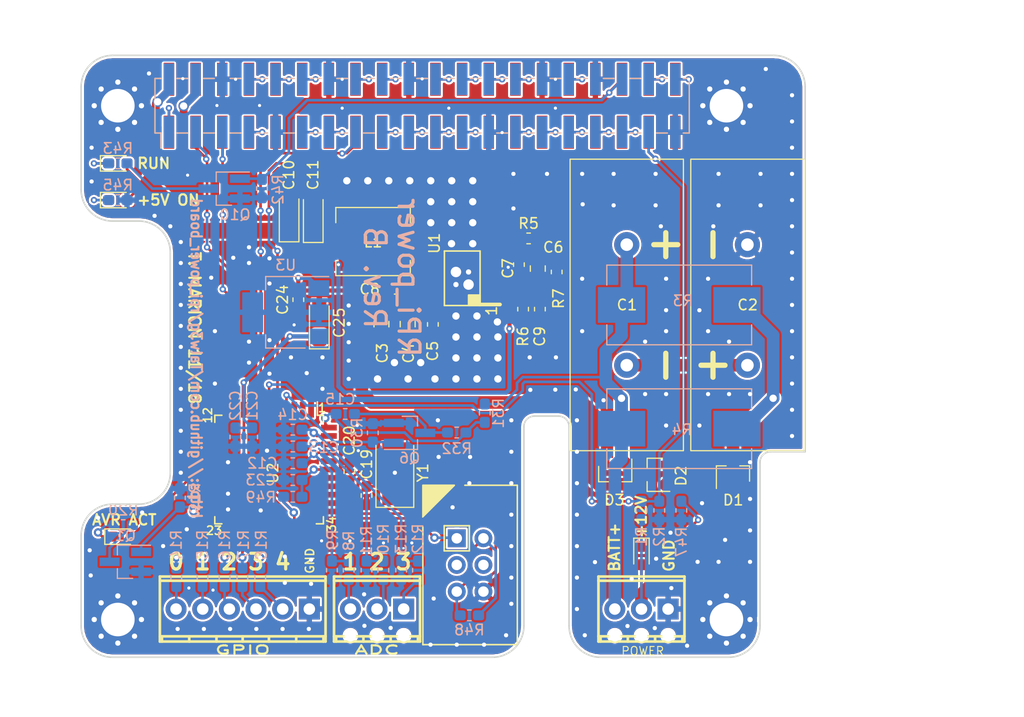
<source format=kicad_pcb>
(kicad_pcb (version 20171130) (host pcbnew "(5.0.1)-3")
  (layers (0 F.Cu signal) (31 B.Cu signal) (34 B.Paste user) (35 F.Paste user) (36 B.SilkS user) (37 F.SilkS user) (38 B.Mask user) (39 F.Mask user) (44 Edge.Cuts user))
  (net 0 "")
  (net 1 "Net-(C1-Pad2)")
  (net 2 GND)
  (net 3 VCOND)
  (net 4 "Net-(C6-Pad1)")
  (net 5 "Net-(C7-Pad1)")
  (net 6 "Net-(C8-Pad1)")
  (net 7 "Net-(C8-Pad2)")
  (net 8 +5V)
  (net 9 "Net-(C9-Pad2)")
  (net 10 "Net-(C15-Pad2)")
  (net 11 "Net-(C19-Pad1)")
  (net 12 "Net-(C20-Pad1)")
  (net 13 VCC)
  (net 14 "Net-(C23-Pad1)")
  (net 15 ADC1)
  (net 16 ADC2)
  (net 17 ADC3)
  (net 18 "Net-(D1-Pad1)")
  (net 19 +12V)
  (net 20 "Net-(D10-Pad1)")
  (net 21 "Net-(D11-Pad1)")
  (net 22 "Net-(D12-Pad1)")
  (net 23 I2C_SDA)
  (net 24 I2C_SCL)
  (net 25 WATCHDOG)
  (net 26 LED_RUN)
  (net 27 POWER_STATE)
  (net 28 PDI_DATA)
  (net 29 PDI_CLK)
  (net 30 GPIO2)
  (net 31 GPIO0)
  (net 32 GPIO1)
  (net 33 GPIO3)
  (net 34 GPIO4)
  (net 35 "Net-(Q10-Pad3)")
  (net 36 "Net-(R5-Pad1)")
  (net 37 ENABLE)
  (net 38 40)
  (net 39 38)
  (net 40 35)
  (net 41 33)
  (net 42 32)
  (net 43 31)
  (net 44 29)
  (net 45 28)
  (net 46 27)
  (net 47 26)
  (net 48 24)
  (net 49 23)
  (net 50 22)
  (net 51 21)
  (net 52 19)
  (net 53 18)
  (net 54 16)
  (net 55 13)
  (net 56 12)
  (net 57 11)
  (net 58 10)
  (net 59 8)
  (net 60 7)
  (net 61 ADC3_IN)
  (net 62 ADC1_IN)
  (net 63 ADC2_IN)
  (net 64 17)
  (net 65 1)
  (net 66 BATT+)
  (net 67 BATT+_MEASURE)
  (net 68 "Net-(R14-Pad1)")
  (net 69 "Net-(R15-Pad1)")
  (net 70 "Net-(R16-Pad1)")
  (net 71 "Net-(R17-Pad1)")
  (net 72 "Net-(R18-Pad1)")
  (net 73 ADC4)
  (net 74 "Net-(D4-Pad1)")
  (net 75 LED_AVR)
  (net 76 "Net-(Q1-Pad3)")
  (module Resistor_SMD:R_0603_1608Metric_Pad1.05x0.95mm_HandSolder (layer B.Cu) (at 136.67 108.295)
    (fp_text reference R49 (at -3.046 0.042) (layer B.SilkS) (effects (justify mirror)))
    (fp_text value 255)
    (pad 2 smd roundrect (at 0.875 0) (size 1.05 0.95) (layers B.Cu B.Paste B.Mask) (net 14 "Net-(C23-Pad1)"))
    (pad 1 smd roundrect (at -0.875 0) (size 1.05 0.95) (layers B.Cu B.Paste B.Mask) (net 13 VCC))
  )
  (module Capacitor_SMD:C_0603_1608Metric_Pad1.05x0.95mm_HandSolder (layer B.Cu) (at 136.67 106.695 180)
    (fp_text reference C23 (at 3.054082 -0.00074 180) (layer B.SilkS) (effects (justify mirror)))
    (fp_text value 0.1uF/50V)
    (pad 2 smd roundrect (at 0.875 0 180) (size 1.05 0.95) (layers B.Cu B.Paste B.Mask) (net 2 GND))
    (pad 1 smd roundrect (at -0.875 0 180) (size 1.05 0.95) (layers B.Cu B.Paste B.Mask) (net 14 "Net-(C23-Pad1)"))
  )
  (module Connectors_custom:PinHeader_2x03_P2.54mm_Vertical_w_enclosure (layer F.Cu) (at 153.57 114.795)
    (fp_text reference J7 hide)
    (fp_text value PROG)
    (pad 1 thru_hole rect (at -1.27 -2.54) (size 1.7 1.7) (drill 1) (layers *.Cu *.Mask) (net 28 PDI_DATA))
    (pad 2 thru_hole circle (at 1.27 -2.54) (size 1.7 1.7) (drill 1) (layers *.Cu *.Mask) (net 13 VCC))
    (pad 3 thru_hole circle (at -1.27 0) (size 1.7 1.7) (drill 1) (layers *.Cu *.Mask))
    (pad 4 thru_hole circle (at 1.27 0) (size 1.7 1.7) (drill 1) (layers *.Cu *.Mask))
    (pad 5 thru_hole circle (at -1.27 2.54) (size 1.7 1.7) (drill 1) (layers *.Cu *.Mask) (net 29 PDI_CLK))
    (pad 6 thru_hole circle (at 1.27 2.54) (size 1.7 1.7) (drill 1) (layers *.Cu *.Mask) (net 2 GND))
  )
  (module Pads:MountingHole_M3-5.8_Pad_Via (layer F.Cu) (at 120 120)
    (fp_text reference MH1 hide)
    (fp_text value MountingHole_Pad)
    (pad 1 thru_hole circle (at 1.59099 -1.59099 315) (size 0.8 0.8) (drill 0.5) (layers *.Cu *.Mask) (net 2 GND))
    (pad 1 thru_hole circle (at 2.25 0 270) (size 0.8 0.8) (drill 0.5) (layers *.Cu *.Mask) (net 2 GND))
    (pad 1 thru_hole circle (at 1.59099 1.59099 225) (size 0.8 0.8) (drill 0.5) (layers *.Cu *.Mask) (net 2 GND))
    (pad 1 thru_hole circle (at 0 2.25 180) (size 0.8 0.8) (drill 0.5) (layers *.Cu *.Mask) (net 2 GND))
    (pad 1 thru_hole circle (at -1.59099 1.59099 135) (size 0.8 0.8) (drill 0.5) (layers *.Cu *.Mask) (net 2 GND))
    (pad 1 thru_hole circle (at -2.25 0 90) (size 0.8 0.8) (drill 0.5) (layers *.Cu *.Mask) (net 2 GND))
    (pad 1 thru_hole circle (at -1.59099 -1.59099 45) (size 0.8 0.8) (drill 0.5) (layers *.Cu *.Mask) (net 2 GND))
    (pad 1 thru_hole circle (at 0 -2.25) (size 0.8 0.8) (drill 0.5) (layers *.Cu *.Mask) (net 2 GND))
    (pad 1 thru_hole circle (at 0 0) (size 5.8 5.8) (drill 3.2) (layers *.Cu *.Mask) (net 2 GND))
  )
  (module Pads:MountingHole_M3-5.8_Pad_Via (layer F.Cu) (at 178 120)
    (fp_text reference MH2 hide)
    (fp_text value MountingHole_Pad)
    (pad 1 thru_hole circle (at 1.59099 -1.59099 315) (size 0.8 0.8) (drill 0.5) (layers *.Cu *.Mask) (net 2 GND))
    (pad 1 thru_hole circle (at 2.25 0 270) (size 0.8 0.8) (drill 0.5) (layers *.Cu *.Mask) (net 2 GND))
    (pad 1 thru_hole circle (at 1.59099 1.59099 225) (size 0.8 0.8) (drill 0.5) (layers *.Cu *.Mask) (net 2 GND))
    (pad 1 thru_hole circle (at 0 2.25 180) (size 0.8 0.8) (drill 0.5) (layers *.Cu *.Mask) (net 2 GND))
    (pad 1 thru_hole circle (at -1.59099 1.59099 135) (size 0.8 0.8) (drill 0.5) (layers *.Cu *.Mask) (net 2 GND))
    (pad 1 thru_hole circle (at -2.25 0 90) (size 0.8 0.8) (drill 0.5) (layers *.Cu *.Mask) (net 2 GND))
    (pad 1 thru_hole circle (at -1.59099 -1.59099 45) (size 0.8 0.8) (drill 0.5) (layers *.Cu *.Mask) (net 2 GND))
    (pad 1 thru_hole circle (at 0 -2.25) (size 0.8 0.8) (drill 0.5) (layers *.Cu *.Mask) (net 2 GND))
    (pad 1 thru_hole circle (at 0 0) (size 5.8 5.8) (drill 3.2) (layers *.Cu *.Mask) (net 2 GND))
  )
  (module Pads:MountingHole_M3-5.8_Pad_Via (layer F.Cu) (at 178 71)
    (fp_text reference MH3 hide)
    (fp_text value MountingHole_Pad)
    (pad 1 thru_hole circle (at 1.59099 -1.59099 315) (size 0.8 0.8) (drill 0.5) (layers *.Cu *.Mask) (net 2 GND))
    (pad 1 thru_hole circle (at 2.25 0 270) (size 0.8 0.8) (drill 0.5) (layers *.Cu *.Mask) (net 2 GND))
    (pad 1 thru_hole circle (at 1.59099 1.59099 225) (size 0.8 0.8) (drill 0.5) (layers *.Cu *.Mask) (net 2 GND))
    (pad 1 thru_hole circle (at 0 2.25 180) (size 0.8 0.8) (drill 0.5) (layers *.Cu *.Mask) (net 2 GND))
    (pad 1 thru_hole circle (at -1.59099 1.59099 135) (size 0.8 0.8) (drill 0.5) (layers *.Cu *.Mask) (net 2 GND))
    (pad 1 thru_hole circle (at -2.25 0 90) (size 0.8 0.8) (drill 0.5) (layers *.Cu *.Mask) (net 2 GND))
    (pad 1 thru_hole circle (at -1.59099 -1.59099 45) (size 0.8 0.8) (drill 0.5) (layers *.Cu *.Mask) (net 2 GND))
    (pad 1 thru_hole circle (at 0 -2.25) (size 0.8 0.8) (drill 0.5) (layers *.Cu *.Mask) (net 2 GND))
    (pad 1 thru_hole circle (at 0 0) (size 5.8 5.8) (drill 3.2) (layers *.Cu *.Mask) (net 2 GND))
  )
  (module Pads:MountingHole_M3-5.8_Pad_Via (layer F.Cu) (at 120 71)
    (fp_text reference MH4 hide)
    (fp_text value MountingHole_Pad)
    (pad 1 thru_hole circle (at 1.59099 -1.59099 315) (size 0.8 0.8) (drill 0.5) (layers *.Cu *.Mask) (net 2 GND))
    (pad 1 thru_hole circle (at 2.25 0 270) (size 0.8 0.8) (drill 0.5) (layers *.Cu *.Mask) (net 2 GND))
    (pad 1 thru_hole circle (at 1.59099 1.59099 225) (size 0.8 0.8) (drill 0.5) (layers *.Cu *.Mask) (net 2 GND))
    (pad 1 thru_hole circle (at 0 2.25 180) (size 0.8 0.8) (drill 0.5) (layers *.Cu *.Mask) (net 2 GND))
    (pad 1 thru_hole circle (at -1.59099 1.59099 135) (size 0.8 0.8) (drill 0.5) (layers *.Cu *.Mask) (net 2 GND))
    (pad 1 thru_hole circle (at -2.25 0 90) (size 0.8 0.8) (drill 0.5) (layers *.Cu *.Mask) (net 2 GND))
    (pad 1 thru_hole circle (at -1.59099 -1.59099 45) (size 0.8 0.8) (drill 0.5) (layers *.Cu *.Mask) (net 2 GND))
    (pad 1 thru_hole circle (at 0 -2.25) (size 0.8 0.8) (drill 0.5) (layers *.Cu *.Mask) (net 2 GND))
    (pad 1 thru_hole circle (at 0 0) (size 5.8 5.8) (drill 3.2) (layers *.Cu *.Mask) (net 2 GND))
  )
  (module Package_QFP:TQFP-44_10x10mm_P0.8mm (layer F.Cu) (at 134.415918 105.69574 270)
    (fp_text reference U2 (at 0.33626 -0.360082 270) (layer F.SilkS))
    (fp_text value ATxmega16A4U-AU)
    (pad 44 smd rect (at -4 -5.7) (size 1.5 0.55) (layers F.Cu F.Paste F.Mask) (net 73 ADC4))
    (pad 43 smd rect (at -3.2 -5.7) (size 1.5 0.55) (layers F.Cu F.Paste F.Mask) (net 17 ADC3))
    (pad 42 smd rect (at -2.4 -5.7) (size 1.5 0.55) (layers F.Cu F.Paste F.Mask) (net 16 ADC2))
    (pad 41 smd rect (at -1.6 -5.7) (size 1.5 0.55) (layers F.Cu F.Paste F.Mask) (net 15 ADC1))
    (pad 40 smd rect (at -0.8 -5.7) (size 1.5 0.55) (layers F.Cu F.Paste F.Mask))
    (pad 39 smd rect (at 0 -5.7) (size 1.5 0.55) (layers F.Cu F.Paste F.Mask) (net 14 "Net-(C23-Pad1)"))
    (pad 38 smd rect (at 0.8 -5.7) (size 1.5 0.55) (layers F.Cu F.Paste F.Mask) (net 2 GND))
    (pad 37 smd rect (at 1.6 -5.7) (size 1.5 0.55) (layers F.Cu F.Paste F.Mask) (net 12 "Net-(C20-Pad1)"))
    (pad 36 smd rect (at 2.4 -5.7) (size 1.5 0.55) (layers F.Cu F.Paste F.Mask) (net 11 "Net-(C19-Pad1)"))
    (pad 35 smd rect (at 3.2 -5.7) (size 1.5 0.55) (layers F.Cu F.Paste F.Mask) (net 29 PDI_CLK))
    (pad 34 smd rect (at 4 -5.7) (size 1.5 0.55) (layers F.Cu F.Paste F.Mask) (net 28 PDI_DATA))
    (pad 33 smd rect (at 5.7 -4 270) (size 1.5 0.55) (layers F.Cu F.Paste F.Mask))
    (pad 32 smd rect (at 5.7 -3.2 270) (size 1.5 0.55) (layers F.Cu F.Paste F.Mask))
    (pad 31 smd rect (at 5.7 -2.4 270) (size 1.5 0.55) (layers F.Cu F.Paste F.Mask) (net 13 VCC))
    (pad 30 smd rect (at 5.7 -1.6 270) (size 1.5 0.55) (layers F.Cu F.Paste F.Mask) (net 2 GND))
    (pad 29 smd rect (at 5.7 -0.8 270) (size 1.5 0.55) (layers F.Cu F.Paste F.Mask))
    (pad 28 smd rect (at 5.7 0 270) (size 1.5 0.55) (layers F.Cu F.Paste F.Mask))
    (pad 27 smd rect (at 5.7 0.8 270) (size 1.5 0.55) (layers F.Cu F.Paste F.Mask) (net 72 "Net-(R18-Pad1)"))
    (pad 26 smd rect (at 5.7 1.6 270) (size 1.5 0.55) (layers F.Cu F.Paste F.Mask) (net 71 "Net-(R17-Pad1)"))
    (pad 25 smd rect (at 5.7 2.4 270) (size 1.5 0.55) (layers F.Cu F.Paste F.Mask) (net 70 "Net-(R16-Pad1)"))
    (pad 24 smd rect (at 5.7 3.2 270) (size 1.5 0.55) (layers F.Cu F.Paste F.Mask) (net 69 "Net-(R15-Pad1)"))
    (pad 23 smd rect (at 5.7 4 270) (size 1.5 0.55) (layers F.Cu F.Paste F.Mask) (net 68 "Net-(R14-Pad1)"))
    (pad 22 smd rect (at 4 5.7) (size 1.5 0.55) (layers F.Cu F.Paste F.Mask) (net 75 LED_AVR))
    (pad 21 smd rect (at 3.2 5.7) (size 1.5 0.55) (layers F.Cu F.Paste F.Mask))
    (pad 20 smd rect (at 2.4 5.7) (size 1.5 0.55) (layers F.Cu F.Paste F.Mask))
    (pad 19 smd rect (at 1.6 5.7) (size 1.5 0.55) (layers F.Cu F.Paste F.Mask) (net 13 VCC))
    (pad 18 smd rect (at 0.8 5.7) (size 1.5 0.55) (layers F.Cu F.Paste F.Mask) (net 2 GND))
    (pad 17 smd rect (at 0 5.7) (size 1.5 0.55) (layers F.Cu F.Paste F.Mask))
    (pad 16 smd rect (at -0.8 5.7) (size 1.5 0.55) (layers F.Cu F.Paste F.Mask))
    (pad 15 smd rect (at -1.6 5.7) (size 1.5 0.55) (layers F.Cu F.Paste F.Mask))
    (pad 14 smd rect (at -2.4 5.7) (size 1.5 0.55) (layers F.Cu F.Paste F.Mask))
    (pad 13 smd rect (at -3.2 5.7) (size 1.5 0.55) (layers F.Cu F.Paste F.Mask))
    (pad 12 smd rect (at -4 5.7) (size 1.5 0.55) (layers F.Cu F.Paste F.Mask))
    (pad 11 smd rect (at -5.7 4 270) (size 1.5 0.55) (layers F.Cu F.Paste F.Mask) (net 24 I2C_SCL))
    (pad 10 smd rect (at -5.7 3.2 270) (size 1.5 0.55) (layers F.Cu F.Paste F.Mask) (net 23 I2C_SDA))
    (pad 9 smd rect (at -5.7 2.4 270) (size 1.5 0.55) (layers F.Cu F.Paste F.Mask) (net 13 VCC))
    (pad 8 smd rect (at -5.7 1.6 270) (size 1.5 0.55) (layers F.Cu F.Paste F.Mask) (net 2 GND))
    (pad 7 smd rect (at -5.7 0.8 270) (size 1.5 0.55) (layers F.Cu F.Paste F.Mask) (net 25 WATCHDOG))
    (pad 6 smd rect (at -5.7 0 270) (size 1.5 0.55) (layers F.Cu F.Paste F.Mask) (net 27 POWER_STATE))
    (pad 5 smd rect (at -5.7 -0.8 270) (size 1.5 0.55) (layers F.Cu F.Paste F.Mask) (net 37 ENABLE))
    (pad 4 smd rect (at -5.7 -1.6 270) (size 1.5 0.55) (layers F.Cu F.Paste F.Mask) (net 67 BATT+_MEASURE))
    (pad 3 smd rect (at -5.7 -2.4 270) (size 1.5 0.55) (layers F.Cu F.Paste F.Mask))
    (pad 2 smd rect (at -5.7 -3.2 270) (size 1.5 0.55) (layers F.Cu F.Paste F.Mask))
    (pad 1 smd rect (at -5.7 -4 270) (size 1.5 0.55) (layers F.Cu F.Paste F.Mask))
  )
  (module TexasInstruments:HTSSOP-14-PWP_Handsolder (layer F.Cu) (at 152.822036 87.455421 180)
    (fp_text reference U1 (at 2.652036 3.335421 270) (layer F.SilkS))
    (fp_text value TPS54625)
    (fp_text user 1 (at -2.8 -3.1 270) (layer F.SilkS))
    (pad 15 thru_hole circle (at -0.6 0.6 180) (size 0.8 0.8) (drill 0.5) (layers *.Cu *.Mask) (net 2 GND))
    (pad 15 thru_hole circle (at 0.6 -0.6 180) (size 0.8 0.8) (drill 0.5) (layers *.Cu *.Mask) (net 2 GND))
    (pad 15 thru_hole circle (at 0.6 0.6 180) (size 1.25 1.25) (drill 1) (layers *.Cu *.Mask) (net 2 GND))
    (pad 15 thru_hole circle (at -0.6 -0.6 180) (size 1.25 1.25) (drill 1) (layers *.Cu *.Mask) (net 2 GND))
    (pad 1 smd rect (at -2.8 -1.95 180) (size 1.55 0.25) (layers F.Cu F.Paste F.Mask) (net 8 +5V))
    (pad 15 smd rect (at 0 0 180) (size 3.4 7) (layers F.Cu) (net 2 GND))
    (pad 2 smd rect (at -2.8 -1.3 180) (size 1.55 0.25) (layers F.Cu F.Paste F.Mask) (net 9 "Net-(C9-Pad2)"))
    (pad 3 smd rect (at -2.8 -0.65 180) (size 1.55 0.25) (layers F.Cu F.Paste F.Mask) (net 4 "Net-(C6-Pad1)"))
    (pad 4 smd rect (at -2.8 0 180) (size 1.55 0.25) (layers F.Cu F.Paste F.Mask) (net 5 "Net-(C7-Pad1)"))
    (pad 5 smd rect (at -2.8 0.65 180) (size 1.55 0.25) (layers F.Cu F.Paste F.Mask) (net 2 GND))
    (pad 6 smd rect (at -2.8 1.3 180) (size 1.55 0.25) (layers F.Cu F.Paste F.Mask) (net 36 "Net-(R5-Pad1)"))
    (pad 7 smd rect (at -2.8 1.95 180) (size 1.55 0.25) (layers F.Cu F.Paste F.Mask) (net 37 ENABLE))
    (pad 8 smd rect (at 2.8 1.95 180) (size 1.55 0.25) (layers F.Cu F.Paste F.Mask) (net 2 GND))
    (pad 9 smd rect (at 2.8 1.3 180) (size 1.55 0.25) (layers F.Cu F.Paste F.Mask) (net 2 GND))
    (pad 10 smd rect (at 2.8 0.65 180) (size 1.55 0.25) (layers F.Cu F.Paste F.Mask) (net 7 "Net-(C8-Pad2)"))
    (pad 11 smd rect (at 2.8 0 180) (size 1.55 0.25) (layers F.Cu F.Paste F.Mask) (net 7 "Net-(C8-Pad2)"))
    (pad 12 smd rect (at 2.8 -0.65 180) (size 1.55 0.25) (layers F.Cu F.Paste F.Mask) (net 6 "Net-(C8-Pad1)"))
    (pad 13 smd rect (at 2.8 -1.3 180) (size 1.55 0.25) (layers F.Cu F.Paste F.Mask) (net 3 VCOND))
    (pad 14 smd rect (at 2.8 -1.95 180) (size 1.55 0.25) (layers F.Cu F.Paste F.Mask) (net 3 VCOND))
  )
  (module Connector_PinSocket_2.54mm:PinSocket_2x20_P2.54mm_Vertical_SMD (layer B.Cu) (at 149 71 270)
    (fp_text reference J2 hide)
    (fp_text value Raspberry_Pi_2_3)
    (pad 40 smd rect (at -2.52 -24.13 270) (size 3 1) (layers B.Cu B.Paste B.Mask) (net 38 40))
    (pad 39 smd rect (at 2.52 -24.13 270) (size 3 1) (layers B.Cu B.Paste B.Mask) (net 2 GND))
    (pad 38 smd rect (at -2.52 -21.59 270) (size 3 1) (layers B.Cu B.Paste B.Mask) (net 39 38))
    (pad 37 smd rect (at 2.52 -21.59 270) (size 3 1) (layers B.Cu B.Paste B.Mask) (net 27 POWER_STATE))
    (pad 36 smd rect (at -2.52 -19.05 270) (size 3 1) (layers B.Cu B.Paste B.Mask) (net 26 LED_RUN))
    (pad 35 smd rect (at 2.52 -19.05 270) (size 3 1) (layers B.Cu B.Paste B.Mask) (net 40 35))
    (pad 34 smd rect (at -2.52 -16.51 270) (size 3 1) (layers B.Cu B.Paste B.Mask) (net 2 GND))
    (pad 33 smd rect (at 2.52 -16.51 270) (size 3 1) (layers B.Cu B.Paste B.Mask) (net 41 33))
    (pad 32 smd rect (at -2.52 -13.97 270) (size 3 1) (layers B.Cu B.Paste B.Mask) (net 42 32))
    (pad 31 smd rect (at 2.52 -13.97 270) (size 3 1) (layers B.Cu B.Paste B.Mask) (net 43 31))
    (pad 30 smd rect (at -2.52 -11.43 270) (size 3 1) (layers B.Cu B.Paste B.Mask) (net 2 GND))
    (pad 29 smd rect (at 2.52 -11.43 270) (size 3 1) (layers B.Cu B.Paste B.Mask) (net 44 29))
    (pad 28 smd rect (at -2.52 -8.89 270) (size 3 1) (layers B.Cu B.Paste B.Mask) (net 45 28))
    (pad 27 smd rect (at 2.52 -8.89 270) (size 3 1) (layers B.Cu B.Paste B.Mask) (net 46 27))
    (pad 26 smd rect (at -2.52 -6.35 270) (size 3 1) (layers B.Cu B.Paste B.Mask) (net 47 26))
    (pad 25 smd rect (at 2.52 -6.35 270) (size 3 1) (layers B.Cu B.Paste B.Mask) (net 2 GND))
    (pad 24 smd rect (at -2.52 -3.81 270) (size 3 1) (layers B.Cu B.Paste B.Mask) (net 48 24))
    (pad 23 smd rect (at 2.52 -3.81 270) (size 3 1) (layers B.Cu B.Paste B.Mask) (net 49 23))
    (pad 22 smd rect (at -2.52 -1.27 270) (size 3 1) (layers B.Cu B.Paste B.Mask) (net 50 22))
    (pad 21 smd rect (at 2.52 -1.27 270) (size 3 1) (layers B.Cu B.Paste B.Mask) (net 51 21))
    (pad 20 smd rect (at -2.52 1.27 270) (size 3 1) (layers B.Cu B.Paste B.Mask) (net 2 GND))
    (pad 19 smd rect (at 2.52 1.27 270) (size 3 1) (layers B.Cu B.Paste B.Mask) (net 52 19))
    (pad 18 smd rect (at -2.52 3.81 270) (size 3 1) (layers B.Cu B.Paste B.Mask) (net 53 18))
    (pad 17 smd rect (at 2.52 3.81 270) (size 3 1) (layers B.Cu B.Paste B.Mask) (net 64 17))
    (pad 16 smd rect (at -2.52 6.35 270) (size 3 1) (layers B.Cu B.Paste B.Mask) (net 54 16))
    (pad 15 smd rect (at 2.52 6.35 270) (size 3 1) (layers B.Cu B.Paste B.Mask) (net 25 WATCHDOG))
    (pad 14 smd rect (at -2.52 8.89 270) (size 3 1) (layers B.Cu B.Paste B.Mask) (net 2 GND))
    (pad 13 smd rect (at 2.52 8.89 270) (size 3 1) (layers B.Cu B.Paste B.Mask) (net 55 13))
    (pad 12 smd rect (at -2.52 11.43 270) (size 3 1) (layers B.Cu B.Paste B.Mask) (net 56 12))
    (pad 11 smd rect (at 2.52 11.43 270) (size 3 1) (layers B.Cu B.Paste B.Mask) (net 57 11))
    (pad 10 smd rect (at -2.52 13.97 270) (size 3 1) (layers B.Cu B.Paste B.Mask) (net 58 10))
    (pad 9 smd rect (at 2.52 13.97 270) (size 3 1) (layers B.Cu B.Paste B.Mask) (net 2 GND))
    (pad 8 smd rect (at -2.52 16.51 270) (size 3 1) (layers B.Cu B.Paste B.Mask) (net 59 8))
    (pad 7 smd rect (at 2.52 16.51 270) (size 3 1) (layers B.Cu B.Paste B.Mask) (net 60 7))
    (pad 6 smd rect (at -2.52 19.05 270) (size 3 1) (layers B.Cu B.Paste B.Mask) (net 2 GND))
    (pad 5 smd rect (at 2.52 19.05 270) (size 3 1) (layers B.Cu B.Paste B.Mask) (net 24 I2C_SCL))
    (pad 4 smd rect (at -2.52 21.59 270) (size 3 1) (layers B.Cu B.Paste B.Mask) (net 8 +5V))
    (pad 3 smd rect (at 2.52 21.59 270) (size 3 1) (layers B.Cu B.Paste B.Mask) (net 23 I2C_SDA))
    (pad 2 smd rect (at -2.52 24.13 270) (size 3 1) (layers B.Cu B.Paste B.Mask) (net 8 +5V))
    (pad 1 smd rect (at 2.52 24.13 270) (size 3 1) (layers B.Cu B.Paste B.Mask) (net 65 1))
  )
  (module w_conn_mpt:mpt_0,5-6-2,54 (layer F.Cu) (at 131.9 119)
    (fp_text reference J9 hide)
    (fp_text value GPIO (at 0 3.9) (layer F.SilkS) (effects (font (size 0.8 1.5) (thickness 0.2))))
    (pad 6 thru_hole oval (at -6.35 0) (size 1.99898 1.99898) (drill 1.09728) (layers *.Cu *.Mask) (net 31 GPIO0))
    (pad 5 thru_hole oval (at -3.81 0) (size 1.99898 1.99898) (drill 1.09728) (layers *.Cu *.Mask) (net 32 GPIO1))
    (pad 3 thru_hole oval (at 1.27 0) (size 1.99898 1.99898) (drill 1.09728) (layers *.Cu *.Mask) (net 33 GPIO3))
    (pad 2 thru_hole oval (at 3.81 0) (size 1.99898 1.99898) (drill 1.09728) (layers *.Cu *.Mask) (net 34 GPIO4))
    (pad 1 thru_hole rect (at 6.35 0) (size 1.99898 1.99898) (drill 1.09728) (layers *.Cu *.Mask) (net 2 GND))
    (pad 4 thru_hole oval (at -1.27 0) (size 1.99898 1.99898) (drill 1.09728) (layers *.Cu *.Mask) (net 30 GPIO2))
  )
  (module w_conn_mpt:mpt_0,5-3-2,54 (layer F.Cu) (at 169.9 119)
    (fp_text reference J1 hide)
    (fp_text value POWER (at 0.122036 4.005421) (layer F.SilkS) (effects (font (size 0.8 0.8) (thickness 0.1))))
    (pad 2 thru_hole circle (at 0 0) (size 2 2) (drill 1.1) (layers *.Cu *.Mask) (net 19 +12V))
    (pad 1 thru_hole rect (at 2.54 0) (size 2 2) (drill 1.1) (layers *.Cu *.Mask) (net 2 GND))
    (pad 3 thru_hole circle (at -2.54 0) (size 2 2) (drill 1.1) (layers *.Cu *.Mask) (net 66 BATT+))
    (pad "" np_thru_hole circle (at -2.54 2.54) (size 1.1 1.1) (drill 1.1) (layers *.Cu *.Mask))
    (pad "" np_thru_hole circle (at 0 2.54) (size 1.1 1.1) (drill 1.1) (layers *.Cu *.Mask))
    (pad "" np_thru_hole circle (at 2.54 2.54) (size 1.1 1.1) (drill 1.1) (layers *.Cu *.Mask))
  )
  (module Capacitors:SCMR22J105SRBA0_vertical (layer F.Cu) (at 168.5 90 270)
    (fp_text reference C1 (at 0 -0.022036) (layer F.SilkS))
    (fp_text value "1F / 8.1V")
    (fp_text user - (at 5.75 -3.5 270) (layer F.SilkS) (effects (font (size 3 3) (thickness 0.5))))
    (fp_text user + (at -5.75 -3.5 270) (layer F.SilkS) (effects (font (size 3 3) (thickness 0.5))))
    (pad 2 thru_hole circle (at 5.75 0 270) (size 2.4 2.4) (drill 1.2) (layers *.Cu *.Mask) (net 1 "Net-(C1-Pad2)"))
    (pad 1 thru_hole circle (at -5.75 0 270) (size 2.4 2.4) (drill 1.2) (layers *.Cu *.Mask) (net 66 BATT+))
  )
  (module Capacitor_SMD:C_0603_1608Metric_Pad1.05x0.95mm_HandSolder (layer F.Cu) (at 143.7 108.175 270)
    (fp_text reference C19 (at -2.97926 -0.015918 270) (layer F.SilkS))
    (fp_text value 15pF/100V)
    (pad 2 smd roundrect (at 0.875 0 270) (size 1.05 0.95) (layers F.Cu F.Paste F.Mask) (net 2 GND))
    (pad 1 smd roundrect (at -0.875 0 270) (size 1.05 0.95) (layers F.Cu F.Paste F.Mask) (net 11 "Net-(C19-Pad1)"))
  )
  (module Capacitor_SMD:C_0603_1608Metric_Pad1.05x0.95mm_HandSolder (layer F.Cu) (at 142.07 105.895 90)
    (fp_text reference C20 (at 2.962275 -0.012266 90) (layer F.SilkS))
    (fp_text value 15pF/100V)
    (pad 2 smd roundrect (at 0.875 0 90) (size 1.05 0.95) (layers F.Cu F.Paste F.Mask) (net 2 GND))
    (pad 1 smd roundrect (at -0.875 0 90) (size 1.05 0.95) (layers F.Cu F.Paste F.Mask) (net 12 "Net-(C20-Pad1)"))
  )
  (module Capacitor_SMD:C_0603_1608Metric_Pad1.05x0.95mm_HandSolder (layer F.Cu) (at 160.222036 90.4 90)
    (fp_text reference C9 (at -2.6 -0.022036 90) (layer F.SilkS))
    (fp_text value 10pF/50V)
    (pad 2 smd roundrect (at 0.875 0 90) (size 1.05 0.95) (layers F.Cu F.Paste F.Mask) (net 9 "Net-(C9-Pad2)"))
    (pad 1 smd roundrect (at -0.875 0 90) (size 1.05 0.95) (layers F.Cu F.Paste F.Mask) (net 8 +5V))
  )
  (module Capacitor_SMD:C_0805_2012Metric_Pad1.15x1.40mm_HandSolder (layer F.Cu) (at 147.622036 91.830421 270)
    (fp_text reference C4 (at 2.769579 -0.077964 270) (layer F.SilkS))
    (fp_text value 10uF/25V)
    (pad 2 smd roundrect (at 1.025 0 270) (size 1.15 1.4) (layers F.Cu F.Paste F.Mask) (roundrect_rratio 0.217391) (net 2 GND))
    (pad 1 smd roundrect (at -1.025 0 270) (size 1.15 1.4) (layers F.Cu F.Paste F.Mask) (roundrect_rratio 0.217391) (net 3 VCOND))
  )
  (module Capacitor_SMD:C_0805_2012Metric_Pad1.15x1.40mm_HandSolder (layer F.Cu) (at 160.022036 86.530421 90)
    (fp_text reference C6 (at 2.030421 1.477964 180) (layer F.SilkS))
    (fp_text value 1uF/25V)
    (pad 2 smd roundrect (at 1.025 0 90) (size 1.15 1.4) (layers F.Cu F.Paste F.Mask) (roundrect_rratio 0.217391) (net 2 GND))
    (pad 1 smd roundrect (at -1.025 0 90) (size 1.15 1.4) (layers F.Cu F.Paste F.Mask) (roundrect_rratio 0.217391) (net 4 "Net-(C6-Pad1)"))
  )
  (module Capacitor_SMD:C_0603_1608Metric_Pad1.05x0.95mm_HandSolder (layer F.Cu) (at 158.222036 86.155421 90)
    (fp_text reference C7 (at -0.364579 -1.052036 270) (layer F.SilkS))
    (fp_text value 8200pF/50V)
    (pad 2 smd roundrect (at 0.875 0 90) (size 1.05 0.95) (layers F.Cu F.Paste F.Mask) (net 2 GND))
    (pad 1 smd roundrect (at -0.875 0 90) (size 1.05 0.95) (layers F.Cu F.Paste F.Mask) (net 5 "Net-(C7-Pad1)"))
  )
  (module Capacitor_SMD:C_0805_2012Metric_Pad1.15x1.40mm_HandSolder (layer F.Cu) (at 145.122036 91.830421 270)
    (fp_text reference C3 (at 2.769579 -0.077964 270) (layer F.SilkS))
    (fp_text value 10uF/25V)
    (pad 2 smd roundrect (at 1.025 0 270) (size 1.15 1.4) (layers F.Cu F.Paste F.Mask) (roundrect_rratio 0.217391) (net 2 GND))
    (pad 1 smd roundrect (at -1.025 0 270) (size 1.15 1.4) (layers F.Cu F.Paste F.Mask) (roundrect_rratio 0.217391) (net 3 VCOND))
  )
  (module Capacitor_SMD:C_0603_1608Metric_Pad1.05x0.95mm_HandSolder (layer F.Cu) (at 150.022036 91.855421 270)
    (fp_text reference C5 (at 2.544579 0.022036 270) (layer F.SilkS))
    (fp_text value 0.1uF/50V)
    (pad 2 smd roundrect (at 0.875 0 270) (size 1.05 0.95) (layers F.Cu F.Paste F.Mask) (net 2 GND))
    (pad 1 smd roundrect (at -0.875 0 270) (size 1.05 0.95) (layers F.Cu F.Paste F.Mask) (net 3 VCOND))
  )
  (module Capacitor_SMD:C_0603_1608Metric_Pad1.05x0.95mm_HandSolder (layer F.Cu) (at 146.522036 88.455421 180)
    (fp_text reference C8 (at 2.522036 -0.044579 180) (layer F.SilkS))
    (fp_text value 0.1uF/50V)
    (pad 2 smd roundrect (at 0.875 0 180) (size 1.05 0.95) (layers F.Cu F.Paste F.Mask) (net 7 "Net-(C8-Pad2)"))
    (pad 1 smd roundrect (at -0.875 0 180) (size 1.05 0.95) (layers F.Cu F.Paste F.Mask) (net 6 "Net-(C8-Pad1)"))
  )
  (module Inductors:L_7.1x6.5_H3 (layer F.Cu) (at 144.322036 83.955421 180)
    (fp_text reference L1 (at 0 -0.044579 180) (layer F.SilkS))
    (fp_text value 1.5uH)
    (pad 2 smd rect (at 3.025 0 180) (size 2.35 3.4) (layers F.Cu F.Paste F.Mask) (net 8 +5V))
    (pad 1 smd rect (at -3.025 0 180) (size 2.35 3.4) (layers F.Cu F.Paste F.Mask) (net 7 "Net-(C8-Pad2)"))
  )
  (module Resistor_SMD:R_0603_1608Metric_Pad1.05x0.95mm_HandSolder (layer F.Cu) (at 158.622036 90.4 90)
    (fp_text reference R6 (at -2.6 -0.022036 90) (layer F.SilkS))
    (fp_text value "124k 1%")
    (pad 2 smd roundrect (at 0.875 0 90) (size 1.05 0.95) (layers F.Cu F.Paste F.Mask) (net 9 "Net-(C9-Pad2)"))
    (pad 1 smd roundrect (at -0.875 0 90) (size 1.05 0.95) (layers F.Cu F.Paste F.Mask) (net 8 +5V))
  )
  (module Resistor_SMD:R_0603_1608Metric_Pad1.05x0.95mm_HandSolder (layer F.Cu) (at 159.147036 83.655421)
    (fp_text reference R5 (at 0 -1.43) (layer F.SilkS))
    (fp_text value 100k)
    (pad 2 smd roundrect (at 0.875 0) (size 1.05 0.95) (layers F.Cu F.Paste F.Mask) (net 4 "Net-(C6-Pad1)"))
    (pad 1 smd roundrect (at -0.875 0) (size 1.05 0.95) (layers F.Cu F.Paste F.Mask) (net 36 "Net-(R5-Pad1)"))
  )
  (module Resistor_SMD:R_0603_1608Metric_Pad1.05x0.95mm_HandSolder (layer F.Cu) (at 161.822036 86.855421 90)
    (fp_text reference R7 (at -2.544579 0.177964 90) (layer F.SilkS))
    (fp_text value 22.1k)
    (pad 2 smd roundrect (at 0.875 0 90) (size 1.05 0.95) (layers F.Cu F.Paste F.Mask) (net 2 GND))
    (pad 1 smd roundrect (at -0.875 0 90) (size 1.05 0.95) (layers F.Cu F.Paste F.Mask) (net 9 "Net-(C9-Pad2)"))
  )
  (module Diode_SMD:D_SOT-23_ANK (layer F.Cu) (at 167.4 106.1 270)
    (fp_text reference D3 (at 2.505421 0.077964) (layer F.SilkS))
    (fp_text value SBR160S23-7)
    (pad 1 smd rect (at 1 0 270) (size 0.9 0.8) (layers F.Cu F.Paste F.Mask) (net 3 VCOND))
    (pad "" smd rect (at -1 0.95 270) (size 0.9 0.8) (layers F.Cu F.Paste F.Mask))
    (pad 2 smd rect (at -1 -0.95 270) (size 0.9 0.8) (layers F.Cu F.Paste F.Mask) (net 66 BATT+))
  )
  (module Capacitors:SCMR22J105SRBA0_vertical (layer F.Cu) (at 180 90 90)
    (fp_text reference C2 (at 0 0.022036 180) (layer F.SilkS))
    (fp_text value "1F / 8.1V")
    (fp_text user - (at 5.75 -3.5 90) (layer F.SilkS) (effects (font (size 3 3) (thickness 0.5))))
    (fp_text user + (at -5.75 -3.5 90) (layer F.SilkS) (effects (font (size 3 3) (thickness 0.5))))
    (pad 2 thru_hole circle (at 5.75 0 90) (size 2.4 2.4) (drill 1.2) (layers *.Cu *.Mask) (net 2 GND))
    (pad 1 thru_hole circle (at -5.75 0 90) (size 2.4 2.4) (drill 1.2) (layers *.Cu *.Mask) (net 1 "Net-(C1-Pad2)"))
  )
  (module Resistors_custom:TE_SM5 (layer B.Cu) (at 173.5 101.8)
    (fp_text reference R4 (at 0.26 0.1) (layer B.SilkS) (effects (justify mirror)))
    (fp_text value 30)
    (pad 2 smd rect (at 5.5 0) (size 4.5 3.4) (layers B.Cu B.Paste B.Mask) (net 18 "Net-(D1-Pad1)"))
    (pad 1 smd rect (at -5.5 0) (size 4.5 3.4) (layers B.Cu B.Paste B.Mask) (net 66 BATT+))
  )
  (module Resistors_custom:TE_SM5 (layer B.Cu) (at 173.5 90)
    (fp_text reference R3 (at 0.36 -0.4) (layer B.SilkS) (effects (justify mirror)))
    (fp_text value 30)
    (pad 2 smd rect (at 5.5 0) (size 4.5 3.4) (layers B.Cu B.Paste B.Mask) (net 18 "Net-(D1-Pad1)"))
    (pad 1 smd rect (at -5.5 0) (size 4.5 3.4) (layers B.Cu B.Paste B.Mask) (net 66 BATT+))
  )
  (module Capacitor_SMD:C_0603_1608Metric_Pad1.05x0.95mm_HandSolder (layer B.Cu) (at 141.67 100.395)
    (fp_text reference C15 (at -0.475 -1.4) (layer B.SilkS) (effects (justify mirror)))
    (fp_text value 0.1uF/50V)
    (pad 2 smd roundrect (at 0.875 0) (size 1.05 0.95) (layers B.Cu B.Paste B.Mask) (net 10 "Net-(C15-Pad2)"))
    (pad 1 smd roundrect (at -0.875 0) (size 1.05 0.95) (layers B.Cu B.Paste B.Mask) (net 73 ADC4))
  )
  (module Capacitor_SMD:C_0603_1608Metric_Pad1.05x0.95mm_HandSolder (layer B.Cu) (at 132.8 102.6 270)
    (fp_text reference C21 (at -3 0 270) (layer B.SilkS) (effects (justify mirror)))
    (fp_text value 0.1uF/50V)
    (pad 2 smd roundrect (at 0.875 0 270) (size 1.05 0.95) (layers B.Cu B.Paste B.Mask) (net 2 GND))
    (pad 1 smd roundrect (at -0.875 0 270) (size 1.05 0.95) (layers B.Cu B.Paste B.Mask) (net 13 VCC))
  )
  (module Capacitor_SMD:C_0603_1608Metric_Pad1.05x0.95mm_HandSolder (layer B.Cu) (at 131.2 102.6 270)
    (fp_text reference C22 (at -3 0 270) (layer B.SilkS) (effects (justify mirror)))
    (fp_text value 0.1uF/50V)
    (pad 2 smd roundrect (at 0.875 0 270) (size 1.05 0.95) (layers B.Cu B.Paste B.Mask) (net 2 GND))
    (pad 1 smd roundrect (at -0.875 0 270) (size 1.05 0.95) (layers B.Cu B.Paste B.Mask) (net 13 VCC))
  )
  (module Capacitor_SMD:C_0603_1608Metric_Pad1.05x0.95mm_HandSolder (layer F.Cu) (at 137.2 89.5 270)
    (fp_text reference C24 (at 0 1.5 270) (layer F.SilkS))
    (fp_text value 0.1uF/50V)
    (pad 2 smd roundrect (at 0.875 0 270) (size 1.05 0.95) (layers F.Cu F.Paste F.Mask) (net 2 GND))
    (pad 1 smd roundrect (at -0.875 0 270) (size 1.05 0.95) (layers F.Cu F.Paste F.Mask) (net 3 VCOND))
  )
  (module Diode_SMD:D_SOT-23_ANK (layer F.Cu) (at 178.622036 106.105421 90)
    (fp_text reference D1 (at -2.505421 0.022036 180) (layer F.SilkS))
    (fp_text value SBR160S23-7)
    (pad 1 smd rect (at 1 0 90) (size 0.9 0.8) (layers F.Cu F.Paste F.Mask) (net 18 "Net-(D1-Pad1)"))
    (pad "" smd rect (at -1 0.95 90) (size 0.9 0.8) (layers F.Cu F.Paste F.Mask))
    (pad 2 smd rect (at -1 -0.95 90) (size 0.9 0.8) (layers F.Cu F.Paste F.Mask) (net 19 +12V))
  )
  (module Diode_SMD:D_SOT-23_ANK (layer F.Cu) (at 171.2 106.2 180)
    (fp_text reference D2 (at -2.472036 -0.105421 270) (layer F.SilkS))
    (fp_text value SBR160S23-7)
    (pad 1 smd rect (at 1 0 180) (size 0.9 0.8) (layers F.Cu F.Paste F.Mask) (net 3 VCOND))
    (pad "" smd rect (at -1 0.95 180) (size 0.9 0.8) (layers F.Cu F.Paste F.Mask))
    (pad 2 smd rect (at -1 -0.95 180) (size 0.9 0.8) (layers F.Cu F.Paste F.Mask) (net 19 +12V))
  )
  (module LED_SMD:LED_0603_1608Metric_Pad1.05x0.95mm_HandSolder (layer F.Cu) (at 120 76.5)
    (fp_text reference D10 hide)
    (fp_text value LED_BLUE)
    (pad 2 smd roundrect (at 0.875 0) (size 1.05 0.95) (layers F.Cu F.Paste F.Mask) (net 8 +5V))
    (pad 1 smd roundrect (at -0.875 0) (size 1.05 0.95) (layers F.Cu F.Paste F.Mask) (net 20 "Net-(D10-Pad1)"))
  )
  (module LED_SMD:LED_0603_1608Metric_Pad1.05x0.95mm_HandSolder (layer F.Cu) (at 120 80)
    (fp_text reference D11 hide)
    (fp_text value LED_ORANGE)
    (pad 2 smd roundrect (at 0.875 0) (size 1.05 0.95) (layers F.Cu F.Paste F.Mask) (net 8 +5V))
    (pad 1 smd roundrect (at -0.875 0) (size 1.05 0.95) (layers F.Cu F.Paste F.Mask) (net 21 "Net-(D11-Pad1)"))
  )
  (module LED_SMD:LED_0603_1608Metric_Pad1.05x0.95mm_HandSolder (layer F.Cu) (at 169.9 113.9 270)
    (fp_text reference D12 hide)
    (fp_text value LED_RED)
    (pad 2 smd roundrect (at 0.875 0 270) (size 1.05 0.95) (layers F.Cu F.Paste F.Mask) (net 19 +12V))
    (pad 1 smd roundrect (at -0.875 0 270) (size 1.05 0.95) (layers F.Cu F.Paste F.Mask) (net 22 "Net-(D12-Pad1)"))
  )
  (module w_conn_mpt:mpt_0,5-3-2,54 (layer F.Cu) (at 144.7 119)
    (fp_text reference J4 hide)
    (fp_text value ADC (at 0 3.9) (layer F.SilkS) (effects (font (size 0.8 1.5) (thickness 0.2))))
    (pad 2 thru_hole circle (at 0 0) (size 2 2) (drill 1.1) (layers *.Cu *.Mask) (net 63 ADC2_IN))
    (pad 1 thru_hole rect (at 2.54 0) (size 2 2) (drill 1.1) (layers *.Cu *.Mask) (net 61 ADC3_IN))
    (pad 3 thru_hole circle (at -2.54 0) (size 2 2) (drill 1.1) (layers *.Cu *.Mask) (net 62 ADC1_IN))
    (pad "" np_thru_hole circle (at -2.54 2.54) (size 1.1 1.1) (drill 1.1) (layers *.Cu *.Mask))
    (pad "" np_thru_hole circle (at 0 2.54) (size 1.1 1.1) (drill 1.1) (layers *.Cu *.Mask))
    (pad "" np_thru_hole circle (at 2.54 2.54) (size 1.1 1.1) (drill 1.1) (layers *.Cu *.Mask))
  )
  (module Package_TO_SOT_SMD:SOT-23_Handsoldering (layer B.Cu) (at 147.8 102.2)
    (fp_text reference Q6 (at 0 2.4) (layer B.SilkS) (effects (justify mirror)))
    (fp_text value IRLML6344TRPBF)
    (pad 3 smd rect (at 1.5 0) (size 1.9 0.8) (layers B.Cu B.Paste B.Mask) (net 10 "Net-(C15-Pad2)"))
    (pad 2 smd rect (at -1.5 -0.95) (size 1.9 0.8) (layers B.Cu B.Paste B.Mask) (net 2 GND))
    (pad 1 smd rect (at -1.5 0.95) (size 1.9 0.8) (layers B.Cu B.Paste B.Mask) (net 67 BATT+_MEASURE))
  )
  (module Package_TO_SOT_SMD:SOT-23_Handsoldering (layer B.Cu) (at 130.136302 78.905168 180)
    (fp_text reference Q10 (at -1.033698 -2.489832 180) (layer B.SilkS) (effects (justify mirror)))
    (fp_text value IRLML6344TRPBF)
    (pad 3 smd rect (at 1.5 0 180) (size 1.9 0.8) (layers B.Cu B.Paste B.Mask) (net 35 "Net-(Q10-Pad3)"))
    (pad 2 smd rect (at -1.5 -0.95 180) (size 1.9 0.8) (layers B.Cu B.Paste B.Mask) (net 2 GND))
    (pad 1 smd rect (at -1.5 0.95 180) (size 1.9 0.8) (layers B.Cu B.Paste B.Mask) (net 26 LED_RUN))
  )
  (module Resistor_SMD:R_0603_1608Metric_Pad1.05x0.95mm_HandSolder (layer B.Cu) (at 169.9 109.6 90)
    (fp_text reference R1 (at -2.5 0 90) (layer B.SilkS) (effects (justify mirror)))
    (fp_text value 100k)
    (pad 2 smd roundrect (at 0.875 0 90) (size 1.05 0.95) (layers B.Cu B.Paste B.Mask) (net 27 POWER_STATE))
    (pad 1 smd roundrect (at -0.875 0 90) (size 1.05 0.95) (layers B.Cu B.Paste B.Mask) (net 19 +12V))
  )
  (module Resistor_SMD:R_0603_1608Metric_Pad1.05x0.95mm_HandSolder (layer B.Cu) (at 171.6 109.6 270)
    (fp_text reference R2 (at 2.5 0 270) (layer B.SilkS) (effects (justify mirror)))
    (fp_text value 22.1k)
    (pad 2 smd roundrect (at 0.875 0 270) (size 1.05 0.95) (layers B.Cu B.Paste B.Mask) (net 2 GND))
    (pad 1 smd roundrect (at -0.875 0 270) (size 1.05 0.95) (layers B.Cu B.Paste B.Mask) (net 27 POWER_STATE))
  )
  (module Resistor_SMD:R_0603_1608Metric_Pad1.05x0.95mm_HandSolder (layer B.Cu) (at 142 115.3 90)
    (fp_text reference R8 (at 2.80426 0.015918 90) (layer B.SilkS) (effects (justify mirror)))
    (fp_text value UNKN)
    (pad 2 smd roundrect (at 0.875 0 90) (size 1.05 0.95) (layers B.Cu B.Paste B.Mask) (net 15 ADC1))
    (pad 1 smd roundrect (at -0.875 0 90) (size 1.05 0.95) (layers B.Cu B.Paste B.Mask) (net 62 ADC1_IN))
  )
  (module Resistor_SMD:R_0603_1608Metric_Pad1.05x0.95mm_HandSolder (layer B.Cu) (at 140.4 115.3 270)
    (fp_text reference R9 (at -2.905 -0.07 270) (layer B.SilkS) (effects (justify mirror)))
    (fp_text value UNKN)
    (pad 2 smd roundrect (at 0.875 0 270) (size 1.05 0.95) (layers B.Cu B.Paste B.Mask) (net 2 GND))
    (pad 1 smd roundrect (at -0.875 0 270) (size 1.05 0.95) (layers B.Cu B.Paste B.Mask) (net 15 ADC1))
  )
  (module Resistor_SMD:R_0603_1608Metric_Pad1.05x0.95mm_HandSolder (layer B.Cu) (at 145.3 115.3 90)
    (fp_text reference R10 (at 3 0 90) (layer B.SilkS) (effects (justify mirror)))
    (fp_text value UNKN)
    (pad 2 smd roundrect (at 0.875 0 90) (size 1.05 0.95) (layers B.Cu B.Paste B.Mask) (net 16 ADC2))
    (pad 1 smd roundrect (at -0.875 0 90) (size 1.05 0.95) (layers B.Cu B.Paste B.Mask) (net 63 ADC2_IN))
  )
  (module Resistor_SMD:R_0603_1608Metric_Pad1.05x0.95mm_HandSolder (layer B.Cu) (at 143.7 115.3 270)
    (fp_text reference R11 (at -2.8 0 270) (layer B.SilkS) (effects (justify mirror)))
    (fp_text value UNKN)
    (pad 2 smd roundrect (at 0.875 0 270) (size 1.05 0.95) (layers B.Cu B.Paste B.Mask) (net 2 GND))
    (pad 1 smd roundrect (at -0.875 0 270) (size 1.05 0.95) (layers B.Cu B.Paste B.Mask) (net 16 ADC2))
  )
  (module Resistor_SMD:R_0603_1608Metric_Pad1.05x0.95mm_HandSolder (layer B.Cu) (at 148.6 115.3 90)
    (fp_text reference R12 (at 3 0 90) (layer B.SilkS) (effects (justify mirror)))
    (fp_text value UNKN)
    (pad 2 smd roundrect (at 0.875 0 90) (size 1.05 0.95) (layers B.Cu B.Paste B.Mask) (net 17 ADC3))
    (pad 1 smd roundrect (at -0.875 0 90) (size 1.05 0.95) (layers B.Cu B.Paste B.Mask) (net 61 ADC3_IN))
  )
  (module Resistor_SMD:R_0603_1608Metric_Pad1.05x0.95mm_HandSolder (layer B.Cu) (at 147 115.3 270)
    (fp_text reference R13 (at -3 0 270) (layer B.SilkS) (effects (justify mirror)))
    (fp_text value UNKN)
    (pad 2 smd roundrect (at 0.875 0 270) (size 1.05 0.95) (layers B.Cu B.Paste B.Mask) (net 2 GND))
    (pad 1 smd roundrect (at -0.875 0 270) (size 1.05 0.95) (layers B.Cu B.Paste B.Mask) (net 17 ADC3))
  )
  (module Resistor_SMD:R_0603_1608Metric_Pad1.05x0.95mm_HandSolder (layer B.Cu) (at 144.3 102.2 90)
    (fp_text reference R30 (at 0 -1.5 90) (layer B.SilkS) (effects (justify mirror)))
    (fp_text value 10k)
    (pad 2 smd roundrect (at 0.875 0 90) (size 1.05 0.95) (layers B.Cu B.Paste B.Mask) (net 2 GND))
    (pad 1 smd roundrect (at -0.875 0 90) (size 1.05 0.95) (layers B.Cu B.Paste B.Mask) (net 67 BATT+_MEASURE))
  )
  (module Resistor_SMD:R_0603_1608Metric_Pad1.05x0.95mm_HandSolder (layer B.Cu) (at 154.97 100.325 270)
    (fp_text reference R31 (at 0 -1.3 270) (layer B.SilkS) (effects (justify mirror)))
    (fp_text value 100k)
    (pad 2 smd roundrect (at 0.875 0 270) (size 1.05 0.95) (layers B.Cu B.Paste B.Mask) (net 73 ADC4))
    (pad 1 smd roundrect (at -0.875 0 270) (size 1.05 0.95) (layers B.Cu B.Paste B.Mask) (net 66 BATT+))
  )
  (module Resistor_SMD:R_0603_1608Metric_Pad1.05x0.95mm_HandSolder (layer B.Cu) (at 152.293736 102.167131 180)
    (fp_text reference R32 (at 0 -1.532869 180) (layer B.SilkS) (effects (justify mirror)))
    (fp_text value 22.1k)
    (pad 2 smd roundrect (at 0.875 0 180) (size 1.05 0.95) (layers B.Cu B.Paste B.Mask) (net 10 "Net-(C15-Pad2)"))
    (pad 1 smd roundrect (at -0.875 0 180) (size 1.05 0.95) (layers B.Cu B.Paste B.Mask) (net 73 ADC4))
  )
  (module Resistor_SMD:R_0603_1608Metric_Pad1.05x0.95mm_HandSolder (layer B.Cu) (at 133.736302 78.905168 270)
    (fp_text reference R42 (at 0.094832 -1.523698 270) (layer B.SilkS) (effects (justify mirror)))
    (fp_text value 10k)
    (pad 2 smd roundrect (at 0.875 0 270) (size 1.05 0.95) (layers B.Cu B.Paste B.Mask) (net 2 GND))
    (pad 1 smd roundrect (at -0.875 0 270) (size 1.05 0.95) (layers B.Cu B.Paste B.Mask) (net 26 LED_RUN))
  )
  (module Resistor_SMD:R_0603_1608Metric_Pad1.05x0.95mm_HandSolder (layer B.Cu) (at 120 76.5 180)
    (fp_text reference R43 (at 0 1.43 180) (layer B.SilkS) (effects (justify mirror)))
    (fp_text value 4.7k)
    (pad 2 smd roundrect (at 0.875 0 180) (size 1.05 0.95) (layers B.Cu B.Paste B.Mask) (net 20 "Net-(D10-Pad1)"))
    (pad 1 smd roundrect (at -0.875 0 180) (size 1.05 0.95) (layers B.Cu B.Paste B.Mask) (net 35 "Net-(Q10-Pad3)"))
  )
  (module Resistor_SMD:R_0603_1608Metric_Pad1.05x0.95mm_HandSolder (layer B.Cu) (at 120 80 180)
    (fp_text reference R45 (at 0 1.43 180) (layer B.SilkS) (effects (justify mirror)))
    (fp_text value 4.7k)
    (pad 2 smd roundrect (at 0.875 0 180) (size 1.05 0.95) (layers B.Cu B.Paste B.Mask) (net 21 "Net-(D11-Pad1)"))
    (pad 1 smd roundrect (at -0.875 0 180) (size 1.05 0.95) (layers B.Cu B.Paste B.Mask) (net 2 GND))
  )
  (module Resistor_SMD:R_0603_1608Metric_Pad1.05x0.95mm_HandSolder (layer B.Cu) (at 173.7 109.6 90)
    (fp_text reference R47 (at -3 0 90) (layer B.SilkS) (effects (justify mirror)))
    (fp_text value 10k)
    (pad 2 smd roundrect (at 0.875 0 90) (size 1.05 0.95) (layers B.Cu B.Paste B.Mask) (net 22 "Net-(D12-Pad1)"))
    (pad 1 smd roundrect (at -0.875 0 90) (size 1.05 0.95) (layers B.Cu B.Paste B.Mask) (net 2 GND))
  )
  (module Resistor_SMD:R_0603_1608Metric_Pad1.05x0.95mm_HandSolder (layer B.Cu) (at 153.5 119.6 180)
    (fp_text reference R48 (at 0 -1.394579 180) (layer B.SilkS) (effects (justify mirror)))
    (fp_text value 10k)
    (pad 2 smd roundrect (at 0.875 0 180) (size 1.05 0.95) (layers B.Cu B.Paste B.Mask) (net 29 PDI_CLK))
    (pad 1 smd roundrect (at -0.875 0 180) (size 1.05 0.95) (layers B.Cu B.Paste B.Mask) (net 13 VCC))
  )
  (module Package_TO_SOT_SMD:SOT-223 (layer B.Cu) (at 136 90.7 180)
    (fp_text reference U3 (at 0 4.5 180) (layer B.SilkS) (effects (justify mirror)))
    (fp_text value LM2936-3.3)
    (pad 1 smd rect (at -3.15 2.3 180) (size 2 1.5) (layers B.Cu B.Paste B.Mask) (net 3 VCOND))
    (pad 3 smd rect (at -3.15 -2.3 180) (size 2 1.5) (layers B.Cu B.Paste B.Mask) (net 13 VCC))
    (pad 2 smd rect (at -3.15 0 180) (size 2 1.5) (layers B.Cu B.Paste B.Mask) (net 2 GND))
    (pad 4 smd rect (at 3.15 0 180) (size 2 3.8) (layers B.Cu B.Paste B.Mask) (net 2 GND))
  )
  (module Connector_PinHeader_2.54mm:PinHeader_2x20_P2.54mm_Vertical_SMD (layer F.Cu) (at 149 71 90)
    (fp_text reference J3 hide)
    (fp_text value Raspberry_Pi_2_3)
    (pad 40 smd rect (at 2.525 24.13 90) (size 3.15 1) (layers F.Cu F.Paste F.Mask) (net 38 40))
    (pad 39 smd rect (at -2.525 24.13 90) (size 3.15 1) (layers F.Cu F.Paste F.Mask) (net 2 GND))
    (pad 38 smd rect (at 2.525 21.59 90) (size 3.15 1) (layers F.Cu F.Paste F.Mask) (net 39 38))
    (pad 37 smd rect (at -2.525 21.59 90) (size 3.15 1) (layers F.Cu F.Paste F.Mask) (net 27 POWER_STATE))
    (pad 36 smd rect (at 2.525 19.05 90) (size 3.15 1) (layers F.Cu F.Paste F.Mask) (net 26 LED_RUN))
    (pad 35 smd rect (at -2.525 19.05 90) (size 3.15 1) (layers F.Cu F.Paste F.Mask) (net 40 35))
    (pad 34 smd rect (at 2.525 16.51 90) (size 3.15 1) (layers F.Cu F.Paste F.Mask) (net 2 GND))
    (pad 33 smd rect (at -2.525 16.51 90) (size 3.15 1) (layers F.Cu F.Paste F.Mask) (net 41 33))
    (pad 32 smd rect (at 2.525 13.97 90) (size 3.15 1) (layers F.Cu F.Paste F.Mask) (net 42 32))
    (pad 31 smd rect (at -2.525 13.97 90) (size 3.15 1) (layers F.Cu F.Paste F.Mask) (net 43 31))
    (pad 30 smd rect (at 2.525 11.43 90) (size 3.15 1) (layers F.Cu F.Paste F.Mask) (net 2 GND))
    (pad 29 smd rect (at -2.525 11.43 90) (size 3.15 1) (layers F.Cu F.Paste F.Mask) (net 44 29))
    (pad 28 smd rect (at 2.525 8.89 90) (size 3.15 1) (layers F.Cu F.Paste F.Mask) (net 45 28))
    (pad 27 smd rect (at -2.525 8.89 90) (size 3.15 1) (layers F.Cu F.Paste F.Mask) (net 46 27))
    (pad 26 smd rect (at 2.525 6.35 90) (size 3.15 1) (layers F.Cu F.Paste F.Mask) (net 47 26))
    (pad 25 smd rect (at -2.525 6.35 90) (size 3.15 1) (layers F.Cu F.Paste F.Mask) (net 2 GND))
    (pad 24 smd rect (at 2.525 3.81 90) (size 3.15 1) (layers F.Cu F.Paste F.Mask) (net 48 24))
    (pad 23 smd rect (at -2.525 3.81 90) (size 3.15 1) (layers F.Cu F.Paste F.Mask) (net 49 23))
    (pad 22 smd rect (at 2.525 1.27 90) (size 3.15 1) (layers F.Cu F.Paste F.Mask) (net 50 22))
    (pad 21 smd rect (at -2.525 1.27 90) (size 3.15 1) (layers F.Cu F.Paste F.Mask) (net 51 21))
    (pad 20 smd rect (at 2.525 -1.27 90) (size 3.15 1) (layers F.Cu F.Paste F.Mask) (net 2 GND))
    (pad 19 smd rect (at -2.525 -1.27 90) (size 3.15 1) (layers F.Cu F.Paste F.Mask) (net 52 19))
    (pad 18 smd rect (at 2.525 -3.81 90) (size 3.15 1) (layers F.Cu F.Paste F.Mask) (net 53 18))
    (pad 17 smd rect (at -2.525 -3.81 90) (size 3.15 1) (layers F.Cu F.Paste F.Mask) (net 64 17))
    (pad 16 smd rect (at 2.525 -6.35 90) (size 3.15 1) (layers F.Cu F.Paste F.Mask) (net 54 16))
    (pad 15 smd rect (at -2.525 -6.35 90) (size 3.15 1) (layers F.Cu F.Paste F.Mask) (net 25 WATCHDOG))
    (pad 14 smd rect (at 2.525 -8.89 90) (size 3.15 1) (layers F.Cu F.Paste F.Mask) (net 2 GND))
    (pad 13 smd rect (at -2.525 -8.89 90) (size 3.15 1) (layers F.Cu F.Paste F.Mask) (net 55 13))
    (pad 12 smd rect (at 2.525 -11.43 90) (size 3.15 1) (layers F.Cu F.Paste F.Mask) (net 56 12))
    (pad 11 smd rect (at -2.525 -11.43 90) (size 3.15 1) (layers F.Cu F.Paste F.Mask) (net 57 11))
    (pad 10 smd rect (at 2.525 -13.97 90) (size 3.15 1) (layers F.Cu F.Paste F.Mask) (net 58 10))
    (pad 9 smd rect (at -2.525 -13.97 90) (size 3.15 1) (layers F.Cu F.Paste F.Mask) (net 2 GND))
    (pad 8 smd rect (at 2.525 -16.51 90) (size 3.15 1) (layers F.Cu F.Paste F.Mask) (net 59 8))
    (pad 7 smd rect (at -2.525 -16.51 90) (size 3.15 1) (layers F.Cu F.Paste F.Mask) (net 60 7))
    (pad 6 smd rect (at 2.525 -19.05 90) (size 3.15 1) (layers F.Cu F.Paste F.Mask) (net 2 GND))
    (pad 5 smd rect (at -2.525 -19.05 90) (size 3.15 1) (layers F.Cu F.Paste F.Mask) (net 24 I2C_SCL))
    (pad 4 smd rect (at 2.525 -21.59 90) (size 3.15 1) (layers F.Cu F.Paste F.Mask) (net 8 +5V))
    (pad 3 smd rect (at -2.525 -21.59 90) (size 3.15 1) (layers F.Cu F.Paste F.Mask) (net 23 I2C_SDA))
    (pad 2 smd rect (at 2.525 -24.13 90) (size 3.15 1) (layers F.Cu F.Paste F.Mask) (net 8 +5V))
    (pad 1 smd rect (at -2.525 -24.13 90) (size 3.15 1) (layers F.Cu F.Paste F.Mask) (net 65 1))
  )
  (module Crystals:Crystal_SMD_Abracon_ABM3-2Pin_5.0x3.2mm (layer F.Cu) (at 146.4 106.1 90)
    (fp_text reference Y1 (at 0.105 2.67 270) (layer F.SilkS))
    (fp_text value Crystal)
    (pad 2 smd rect (at 2.05 0 90) (size 1.9 2.4) (layers F.Cu F.Paste F.Mask) (net 12 "Net-(C20-Pad1)"))
    (pad 1 smd rect (at -2.05 0 90) (size 1.9 2.4) (layers F.Cu F.Paste F.Mask) (net 11 "Net-(C19-Pad1)"))
  )
  (module Capacitors:Tantalum_SMD_3216_KEMET_T491_HandSolder (layer F.Cu) (at 136.322036 81.492921 90)
    (fp_text reference C10 (at 3.892921 -0.022036 90) (layer F.SilkS))
    (fp_text value 22uF/6.3V)
    (pad 1 smd roundrect (at -1.4375 0 90) (size 1.575 1.35) (layers F.Cu F.Paste F.Mask) (roundrect_rratio 0.185185) (net 8 +5V))
    (pad 2 smd roundrect (at 1.4375 0 90) (size 1.575 1.35) (layers F.Cu F.Paste F.Mask) (roundrect_rratio 0.185185) (net 2 GND))
  )
  (module Capacitors:Tantalum_SMD_3216_KEMET_T491_HandSolder (layer F.Cu) (at 138.622036 81.555421 90)
    (fp_text reference C11 (at 3.955421 -0.022036 90) (layer F.SilkS))
    (fp_text value 22uF/6.3V)
    (pad 1 smd roundrect (at -1.4375 0 90) (size 1.575 1.35) (layers F.Cu F.Paste F.Mask) (roundrect_rratio 0.185185) (net 8 +5V))
    (pad 2 smd roundrect (at 1.4375 0 90) (size 1.575 1.35) (layers F.Cu F.Paste F.Mask) (roundrect_rratio 0.185185) (net 2 GND))
  )
  (module Capacitors:Tantalum_SMD_3216_KEMET_T491_HandSolder (layer F.Cu) (at 139.2 91.7 90)
    (fp_text reference C25 (at 0 1.9 90) (layer F.SilkS))
    (fp_text value 22uF/6.3V)
    (pad 1 smd roundrect (at -1.4375 0 90) (size 1.575 1.35) (layers F.Cu F.Paste F.Mask) (roundrect_rratio 0.185185) (net 13 VCC))
    (pad 2 smd roundrect (at 1.4375 0 90) (size 1.575 1.35) (layers F.Cu F.Paste F.Mask) (roundrect_rratio 0.185185) (net 2 GND))
  )
  (module Capacitor_SMD:C_0603_1608Metric_Pad1.05x0.95mm_HandSolder (layer B.Cu) (at 136.67 105.095 180)
    (fp_text reference C12 (at 2.9 0 180) (layer B.SilkS) (effects (justify mirror)))
    (fp_text value UNKN)
    (pad 2 smd roundrect (at 0.875 0 180) (size 1.05 0.95) (layers B.Cu B.Paste B.Mask) (net 2 GND))
    (pad 1 smd roundrect (at -0.875 0 180) (size 1.05 0.95) (layers B.Cu B.Paste B.Mask) (net 15 ADC1))
  )
  (module Capacitor_SMD:C_0603_1608Metric_Pad1.05x0.95mm_HandSolder (layer B.Cu) (at 136.67 103.495 180)
    (fp_text reference C13 (at -2.975 -0.1 180) (layer B.SilkS) (effects (justify mirror)))
    (fp_text value UNKN)
    (pad 2 smd roundrect (at 0.875 0 180) (size 1.05 0.95) (layers B.Cu B.Paste B.Mask) (net 2 GND))
    (pad 1 smd roundrect (at -0.875 0 180) (size 1.05 0.95) (layers B.Cu B.Paste B.Mask) (net 16 ADC2))
  )
  (module Capacitor_SMD:C_0603_1608Metric_Pad1.05x0.95mm_HandSolder (layer B.Cu) (at 136.67 101.895 180)
    (fp_text reference C14 (at 0 1.43 180) (layer B.SilkS) (effects (justify mirror)))
    (fp_text value UNKN)
    (pad 2 smd roundrect (at 0.875 0 180) (size 1.05 0.95) (layers B.Cu B.Paste B.Mask) (net 2 GND))
    (pad 1 smd roundrect (at -0.875 0 180) (size 1.05 0.95) (layers B.Cu B.Paste B.Mask) (net 17 ADC3))
  )
  (module Resistor_SMD:R_0603_1608Metric_Pad1.05x0.95mm_HandSolder (layer B.Cu) (at 125.57 115.97 270)
    (fp_text reference R14 (at -3.075 0 270) (layer B.SilkS) (effects (justify mirror)))
    (fp_text value 10)
    (pad 2 smd roundrect (at 0.875 0 270) (size 1.05 0.95) (layers B.Cu B.Paste B.Mask) (net 31 GPIO0))
    (pad 1 smd roundrect (at -0.875 0 270) (size 1.05 0.95) (layers B.Cu B.Paste B.Mask) (net 68 "Net-(R14-Pad1)"))
  )
  (module Resistor_SMD:R_0603_1608Metric_Pad1.05x0.95mm_HandSolder (layer B.Cu) (at 128.07 115.97 270)
    (fp_text reference R15 (at -3.075 0 270) (layer B.SilkS) (effects (justify mirror)))
    (fp_text value 10)
    (pad 1 smd roundrect (at -0.875 0 270) (size 1.05 0.95) (layers B.Cu B.Paste B.Mask) (net 69 "Net-(R15-Pad1)"))
    (pad 2 smd roundrect (at 0.875 0 270) (size 1.05 0.95) (layers B.Cu B.Paste B.Mask) (net 32 GPIO1))
  )
  (module Resistor_SMD:R_0603_1608Metric_Pad1.05x0.95mm_HandSolder (layer B.Cu) (at 130.17 115.97 270)
    (fp_text reference R16 (at -3.075 0 270) (layer B.SilkS) (effects (justify mirror)))
    (fp_text value 10)
    (pad 1 smd roundrect (at -0.875 0 270) (size 1.05 0.95) (layers B.Cu B.Paste B.Mask) (net 70 "Net-(R16-Pad1)"))
    (pad 2 smd roundrect (at 0.875 0 270) (size 1.05 0.95) (layers B.Cu B.Paste B.Mask) (net 30 GPIO2))
  )
  (module Resistor_SMD:R_0603_1608Metric_Pad1.05x0.95mm_HandSolder (layer B.Cu) (at 131.87 115.97 270)
    (fp_text reference R17 (at -3.075 -0.1 270) (layer B.SilkS) (effects (justify mirror)))
    (fp_text value 10)
    (pad 2 smd roundrect (at 0.875 0 270) (size 1.05 0.95) (layers B.Cu B.Paste B.Mask) (net 33 GPIO3))
    (pad 1 smd roundrect (at -0.875 0 270) (size 1.05 0.95) (layers B.Cu B.Paste B.Mask) (net 71 "Net-(R17-Pad1)"))
  )
  (module Resistor_SMD:R_0603_1608Metric_Pad1.05x0.95mm_HandSolder (layer B.Cu) (at 133.57 115.97 270)
    (fp_text reference R18 (at -3.075 -0.1 270) (layer B.SilkS) (effects (justify mirror)))
    (fp_text value 10)
    (pad 1 smd roundrect (at -0.875 0 270) (size 1.05 0.95) (layers B.Cu B.Paste B.Mask) (net 72 "Net-(R18-Pad1)"))
    (pad 2 smd roundrect (at 0.875 0 270) (size 1.05 0.95) (layers B.Cu B.Paste B.Mask) (net 34 GPIO4))
  )
  (module LED_SMD:LED_0603_1608Metric_Pad1.05x0.95mm_HandSolder (layer F.Cu) (at 120.415918 112.09574)
    (fp_text reference D4 hide)
    (fp_text value LED_BLUE)
    (pad 1 smd roundrect (at -0.875 0) (size 1.05 0.95) (layers F.Cu F.Paste F.Mask) (net 74 "Net-(D4-Pad1)"))
    (pad 2 smd roundrect (at 0.875 0) (size 1.05 0.95) (layers F.Cu F.Paste F.Mask) (net 8 +5V))
  )
  (module Package_TO_SOT_SMD:SOT-23_Handsoldering (layer B.Cu) (at 120.715918 114.49574 180)
    (fp_text reference Q1 (at 0 2.5 180) (layer B.SilkS) (effects (justify mirror)))
    (fp_text value IRLML6344TRPBF)
    (pad 1 smd rect (at -1.5 0.95 180) (size 1.9 0.8) (layers B.Cu B.Paste B.Mask) (net 75 LED_AVR))
    (pad 2 smd rect (at -1.5 -0.95 180) (size 1.9 0.8) (layers B.Cu B.Paste B.Mask) (net 2 GND))
    (pad 3 smd rect (at 1.5 0 180) (size 1.9 0.8) (layers B.Cu B.Paste B.Mask) (net 76 "Net-(Q1-Pad3)"))
  )
  (module Resistor_SMD:R_0603_1608Metric_Pad1.05x0.95mm_HandSolder (layer B.Cu) (at 125.915918 108.39574 90)
    (fp_text reference R19 (at 0 1.43 90) (layer B.SilkS) (effects (justify mirror)))
    (fp_text value 10k)
    (pad 1 smd roundrect (at -0.875 0 90) (size 1.05 0.95) (layers B.Cu B.Paste B.Mask) (net 75 LED_AVR))
    (pad 2 smd roundrect (at 0.875 0 90) (size 1.05 0.95) (layers B.Cu B.Paste B.Mask) (net 2 GND))
  )
  (module Resistor_SMD:R_0603_1608Metric_Pad1.05x0.95mm_HandSolder (layer B.Cu) (at 120.515918 110.99574 180)
    (fp_text reference R20 (at 0 1.43 180) (layer B.SilkS) (effects (justify mirror)))
    (fp_text value 4.7k)
    (pad 2 smd roundrect (at 0.875 0 180) (size 1.05 0.95) (layers B.Cu B.Paste B.Mask) (net 74 "Net-(D4-Pad1)"))
    (pad 1 smd roundrect (at -0.875 0 180) (size 1.05 0.95) (layers B.Cu B.Paste B.Mask) (net 76 "Net-(Q1-Pad3)"))
  )
  (gr_text "AVR ACT" (at 120.615918 110.49574) (layer F.SilkS) (effects (font (size 1 1) (thickness 0.2))))
  (gr_text https://github.com/Talw3g/rpi_power_board (at 127.47 95.095 270) (layer B.SilkS) (effects (font (size 1 0.9) (thickness 0.2)) (justify mirror)))
  (gr_text "T. MARION 11/18" (at 127.3 92.2 270) (layer F.SilkS) (effects (font (size 1.1 1.1) (thickness 0.2))))
  (gr_text "RPi_power\nRev. B" (at 146.1 87.4 270) (layer B.SilkS) (effects (font (size 2 2) (thickness 0.3)) (justify mirror)))
  (gr_text 3 (at 147.24 114.5) (layer F.SilkS) (effects (font (size 1.5 1.5) (thickness 0.3))))
  (gr_text 2 (at 144.7 114.5) (layer F.SilkS) (effects (font (size 1.5 1.5) (thickness 0.3))))
  (gr_text 1 (at 142.16 114.5) (layer F.SilkS) (effects (font (size 1.5 1.5) (thickness 0.3))))
  (gr_text 4 (at 135.71 114.5) (layer F.SilkS) (effects (font (size 1.5 1.5) (thickness 0.3))))
  (gr_text 3 (at 133.17 114.5) (layer F.SilkS) (effects (font (size 1.5 1.5) (thickness 0.3))))
  (gr_text 2 (at 130.63 114.5) (layer F.SilkS) (effects (font (size 1.5 1.5) (thickness 0.3))))
  (gr_text 1 (at 128.09 114.5) (layer F.SilkS) (effects (font (size 1.5 1.5) (thickness 0.3))))
  (gr_text 0 (at 125.55 114.5) (layer F.SilkS) (effects (font (size 1.5 1.5) (thickness 0.3))))
  (gr_text 34 (at 140.37 110.92 90) (layer F.SilkS) (effects (font (size 0.8 0.8))))
  (gr_text 23 (at 129.17 111.52) (layer F.SilkS) (effects (font (size 0.8 0.8))))
  (gr_text 12 (at 128.57 100.52 90) (layer F.SilkS) (effects (font (size 0.8 0.8))))
  (gr_text 1 (at 139.47 99.82) (layer F.SilkS) (effects (font (size 0.8 0.8))))
  (gr_text RUN (at 123.415918 76.49574) (layer F.SilkS) (effects (font (size 1 1) (thickness 0.2))))
  (gr_text "+5V ON" (at 124.815918 79.99574) (layer F.SilkS) (effects (font (size 1 1) (thickness 0.2))))
  (gr_text GND (at 138.3 114.4 90) (layer F.SilkS) (effects (font (size 0.8 0.8))))
  (gr_text +12V (at 169.872036 110.2 90) (layer F.SilkS) (effects (font (size 1 1) (thickness 0.2))))
  (gr_text GND (at 172.522036 113.905421 90) (layer F.SilkS) (effects (font (size 1 1) (thickness 0.2))))
  (gr_text BATT+ (at 167.322036 113.105421 90) (layer F.SilkS) (effects (font (size 1 1) (thickness 0.2))))
  (gr_line (start 181.2 105) (end 181.2 120.6) (layer Edge.Cuts) (width 0.15))
  (gr_line (start 182.2 104) (end 185.5 104) (layer Edge.Cuts) (width 0.15))
  (gr_arc (start 182.2 105) (end 182.2 104) (angle -90) (layer Edge.Cuts) (width 0.15))
  (gr_arc (start 119.5 112) (end 119.5 109) (angle -90) (layer Edge.Cuts) (width 0.15))
  (gr_line (start 119.5 66.2) (end 182.5 66.2) (layer Edge.Cuts) (width 0.15))
  (gr_line (start 185.5 69.2) (end 185.5 104) (layer Edge.Cuts) (width 0.15))
  (gr_arc (start 182.5 69.2) (end 185.5 69.2) (angle -90) (layer Edge.Cuts) (width 0.15))
  (gr_line (start 178.2 123.6) (end 166 123.6) (layer Edge.Cuts) (width 0.15))
  (gr_arc (start 178.2 120.6) (end 178.2 123.6) (angle -90) (layer Edge.Cuts) (width 0.15))
  (gr_line (start 122 109) (end 119.5 109) (layer Edge.Cuts) (width 0.15))
  (gr_line (start 125 85) (end 125 106) (layer Edge.Cuts) (width 0.15))
  (gr_line (start 119.5 82) (end 122 82) (layer Edge.Cuts) (width 0.15))
  (gr_arc (start 122 106) (end 122 109) (angle -90) (layer Edge.Cuts) (width 0.15))
  (gr_arc (start 122 85) (end 125 85) (angle -90) (layer Edge.Cuts) (width 0.15))
  (gr_line (start 158.7 120.6) (end 158.7 101.6) (layer Edge.Cuts) (width 0.15))
  (gr_line (start 163 101.6) (end 163 120.6) (layer Edge.Cuts) (width 0.15))
  (gr_line (start 159.7 100.6) (end 162 100.6) (layer Edge.Cuts) (width 0.15))
  (gr_arc (start 162 101.6) (end 163 101.6) (angle -90) (layer Edge.Cuts) (width 0.15))
  (gr_arc (start 159.7 101.6) (end 159.7 100.6) (angle -90) (layer Edge.Cuts) (width 0.15))
  (gr_line (start 119.5 123.6) (end 155.7 123.6) (layer Edge.Cuts) (width 0.15))
  (gr_arc (start 166 120.6) (end 163 120.6) (angle -90) (layer Edge.Cuts) (width 0.15))
  (gr_arc (start 155.7 120.6) (end 155.7 123.6) (angle -90) (layer Edge.Cuts) (width 0.15))
  (gr_line (start 116.5 112) (end 116.5 120.6) (layer Edge.Cuts) (width 0.15))
  (gr_line (start 116.5 69.2) (end 116.5 79) (layer Edge.Cuts) (width 0.15))
  (gr_arc (start 119.5 79) (end 116.5 79) (angle -90) (layer Edge.Cuts) (width 0.15))
  (gr_arc (start 119.5 120.6) (end 116.5 120.6) (angle -90) (layer Edge.Cuts) (width 0.15))
  (gr_arc (start 119.5 69.2) (end 119.5 66.2) (angle -90) (layer Edge.Cuts) (width 0.15))
  (segment (start 168.5 95.75) (end 180 95.75) (width 1.2) (layer F.Cu) (net 1))
  (via (at 151.8 84.155421) (size 1) (drill 0.7) (layers F.Cu B.Cu) (net 2))
  (via (at 151.822036 82.155421) (size 1) (drill 0.7) (layers F.Cu B.Cu) (net 2))
  (via (at 149.822036 82.155421) (size 1) (drill 0.7) (layers F.Cu B.Cu) (net 2))
  (via (at 151.822036 80.155421) (size 1) (drill 0.7) (layers F.Cu B.Cu) (net 2))
  (via (at 141.822036 78.155421) (size 1) (drill 0.7) (layers F.Cu B.Cu) (net 2))
  (via (at 149.822036 80.155421) (size 1) (drill 0.7) (layers F.Cu B.Cu) (net 2))
  (via (at 152.222036 97.055421) (size 1) (drill 0.7) (layers F.Cu B.Cu) (net 2))
  (via (at 145.822036 78.155421) (size 1) (drill 0.7) (layers F.Cu B.Cu) (net 2))
  (via (at 153.822036 78.155421) (size 1) (drill 0.7) (layers F.Cu B.Cu) (net 2))
  (via (at 146.36 95.5) (size 1) (drill 0.7) (layers F.Cu B.Cu) (net 2))
  (via (at 150.222036 97.055421) (size 1) (drill 0.7) (layers F.Cu B.Cu) (net 2))
  (via (at 151.822036 78.155421) (size 1) (drill 0.7) (layers F.Cu B.Cu) (net 2))
  (via (at 153.822036 84.155421) (size 1) (drill 0.7) (layers F.Cu B.Cu) (net 2))
  (via (at 149.822036 78.155421) (size 1) (drill 0.7) (layers F.Cu B.Cu) (net 2))
  (via (at 148.86 95.5) (size 1) (drill 0.7) (layers F.Cu B.Cu) (net 2))
  (via (at 153.822036 80.155421) (size 1) (drill 0.7) (layers F.Cu B.Cu) (net 2))
  (via (at 154.222036 97.055421) (size 1) (drill 0.7) (layers F.Cu B.Cu) (net 2))
  (via (at 152.222036 93.055421) (size 1) (drill 0.7) (layers F.Cu B.Cu) (net 2))
  (via (at 152.222036 95.055421) (size 1) (drill 0.7) (layers F.Cu B.Cu) (net 2))
  (via (at 147.66 97.055421) (size 1) (drill 0.7) (layers F.Cu B.Cu) (net 2))
  (via (at 154.222036 93.055421) (size 1) (drill 0.7) (layers F.Cu B.Cu) (net 2))
  (via (at 154.222036 91.055421) (size 1) (drill 0.7) (layers F.Cu B.Cu) (net 2))
  (via (at 152.222036 91.055421) (size 1) (drill 0.7) (layers F.Cu B.Cu) (net 2))
  (via (at 156.222036 97.055421) (size 1) (drill 0.7) (layers F.Cu B.Cu) (net 2))
  (via (at 156.222036 93.055421) (size 1) (drill 0.7) (layers F.Cu B.Cu) (net 2))
  (via (at 147.822036 78.155421) (size 1) (drill 0.7) (layers F.Cu B.Cu) (net 2))
  (via (at 156.222036 95.055421) (size 1) (drill 0.7) (layers F.Cu B.Cu) (net 2))
  (via (at 153.822036 82.155421) (size 1) (drill 0.7) (layers F.Cu B.Cu) (net 2))
  (via (at 154.222036 95.055421) (size 1) (drill 0.7) (layers F.Cu B.Cu) (net 2))
  (via (at 143.822036 78.155421) (size 1) (drill 0.7) (layers F.Cu B.Cu) (net 2))
  (via (at 156.17 91.62) (size 1) (drill 0.7) (layers F.Cu B.Cu) (net 2))
  (via (at 136.8 91.9) (size 0.6) (drill 0.3) (layers F.Cu B.Cu) (net 2))
  (via (at 132.5 95.5) (size 0.8) (drill 0.4) (layers F.Cu B.Cu) (net 2))
  (via (at 132.5 93.5) (size 0.8) (drill 0.4) (layers F.Cu B.Cu) (net 2))
  (via (at 132.5 86) (size 0.8) (drill 0.4) (layers F.Cu B.Cu) (net 2))
  (via (at 132.5 84.5) (size 0.8) (drill 0.4) (layers F.Cu B.Cu) (net 2))
  (via (at 131 85.5) (size 0.8) (drill 0.4) (layers F.Cu B.Cu) (net 2))
  (via (at 136.5 95) (size 0.8) (drill 0.4) (layers F.Cu B.Cu) (net 2))
  (via (at 139.5 95) (size 0.8) (drill 0.4) (layers F.Cu B.Cu) (net 2))
  (via (at 139.5 98) (size 0.8) (drill 0.4) (layers F.Cu B.Cu) (net 2))
  (via (at 138 96.5) (size 0.8) (drill 0.4) (layers F.Cu B.Cu) (net 2))
  (via (at 130.5 109.5) (size 0.8) (drill 0.4) (layers F.Cu B.Cu) (net 2))
  (via (at 130.5 108) (size 0.8) (drill 0.4) (layers F.Cu B.Cu) (net 2))
  (via (at 133.615918 109.59574) (size 0.8) (drill 0.4) (layers F.Cu B.Cu) (net 2))
  (via (at 130.5 105) (size 0.8) (drill 0.4) (layers F.Cu B.Cu) (net 2))
  (via (at 126 106) (size 0.8) (drill 0.4) (layers F.Cu B.Cu) (net 2))
  (via (at 126 104) (size 0.8) (drill 0.4) (layers F.Cu B.Cu) (net 2))
  (via (at 126 102) (size 0.8) (drill 0.4) (layers F.Cu B.Cu) (net 2))
  (via (at 126 100) (size 0.8) (drill 0.4) (layers F.Cu B.Cu) (net 2))
  (via (at 126 98) (size 0.8) (drill 0.4) (layers F.Cu B.Cu) (net 2))
  (via (at 126 96) (size 0.8) (drill 0.4) (layers F.Cu B.Cu) (net 2))
  (via (at 126 94) (size 0.8) (drill 0.4) (layers F.Cu B.Cu) (net 2))
  (via (at 126 92) (size 0.8) (drill 0.4) (layers F.Cu B.Cu) (net 2))
  (via (at 126 90) (size 0.8) (drill 0.4) (layers F.Cu B.Cu) (net 2))
  (via (at 126 88) (size 0.8) (drill 0.4) (layers F.Cu B.Cu) (net 2))
  (via (at 126 86) (size 0.8) (drill 0.4) (layers F.Cu B.Cu) (net 2))
  (via (at 126 84) (size 0.8) (drill 0.4) (layers F.Cu B.Cu) (net 2))
  (via (at 125.7 120.9) (size 0.8) (drill 0.4) (layers F.Cu B.Cu) (net 2))
  (via (at 128.2 120.9) (size 0.8) (drill 0.4) (layers F.Cu B.Cu) (net 2))
  (via (at 130.7 120.9) (size 0.8) (drill 0.4) (layers F.Cu B.Cu) (net 2))
  (via (at 133.2 120.9) (size 0.8) (drill 0.4) (layers F.Cu B.Cu) (net 2))
  (via (at 135.7 120.9) (size 0.8) (drill 0.4) (layers F.Cu B.Cu) (net 2))
  (via (at 138.2 120.9) (size 0.8) (drill 0.4) (layers F.Cu B.Cu) (net 2))
  (via (at 143.5 120.6) (size 0.8) (drill 0.4) (layers F.Cu B.Cu) (net 2))
  (via (at 146 120.8) (size 0.8) (drill 0.4) (layers F.Cu B.Cu) (net 2))
  (via (at 149.8 122.4) (size 0.8) (drill 0.4) (layers F.Cu B.Cu) (net 2))
  (via (at 157 121.5) (size 0.8) (drill 0.4) (layers F.Cu B.Cu) (net 2))
  (via (at 125 82.5) (size 0.8) (drill 0.4) (layers F.Cu B.Cu) (net 2))
  (via (at 123.5 81.5) (size 0.8) (drill 0.4) (layers F.Cu B.Cu) (net 2))
  (via (at 117.5 78.225) (size 0.8) (drill 0.4) (layers F.Cu B.Cu) (net 2))
  (via (at 117.5 75) (size 0.8) (drill 0.4) (layers F.Cu B.Cu) (net 2))
  (via (at 122.97 67.925) (size 0.8) (drill 0.4) (layers F.Cu B.Cu) (net 2))
  (via (at 163.75 104) (size 0.8) (drill 0.4) (layers F.Cu B.Cu) (net 2))
  (via (at 163.75 107) (size 0.8) (drill 0.4) (layers F.Cu B.Cu) (net 2))
  (via (at 163.75 110) (size 0.8) (drill 0.4) (layers F.Cu B.Cu) (net 2))
  (via (at 163.75 113) (size 0.8) (drill 0.4) (layers F.Cu B.Cu) (net 2))
  (via (at 163.75 116) (size 0.8) (drill 0.4) (layers F.Cu B.Cu) (net 2))
  (via (at 163.75 119) (size 0.8) (drill 0.4) (layers F.Cu B.Cu) (net 2))
  (via (at 157.5 104) (size 0.8) (drill 0.4) (layers F.Cu B.Cu) (net 2))
  (via (at 157.5 107) (size 0.8) (drill 0.4) (layers F.Cu B.Cu) (net 2))
  (via (at 157.5 110) (size 0.8) (drill 0.4) (layers F.Cu B.Cu) (net 2))
  (via (at 157.5 113) (size 0.8) (drill 0.4) (layers F.Cu B.Cu) (net 2))
  (via (at 157.5 116) (size 0.8) (drill 0.4) (layers F.Cu B.Cu) (net 2))
  (via (at 164.5 121.5) (size 0.8) (drill 0.4) (layers F.Cu B.Cu) (net 2))
  (via (at 168.57 120.62) (size 0.8) (drill 0.4) (layers F.Cu B.Cu) (net 2))
  (via (at 171.17 120.82) (size 0.8) (drill 0.4) (layers F.Cu B.Cu) (net 2))
  (via (at 174.25 122.5) (size 0.8) (drill 0.4) (layers F.Cu B.Cu) (net 2))
  (via (at 180.25 114.5) (size 0.8) (drill 0.4) (layers F.Cu B.Cu) (net 2))
  (via (at 180.25 111.5) (size 0.8) (drill 0.4) (layers F.Cu B.Cu) (net 2))
  (via (at 180.25 108.5) (size 0.8) (drill 0.4) (layers F.Cu B.Cu) (net 2))
  (via (at 177.25 114.5) (size 0.8) (drill 0.4) (layers F.Cu B.Cu) (net 2))
  (via (at 175.25 114.5) (size 0.8) (drill 0.4) (layers F.Cu B.Cu) (net 2))
  (via (at 172.75 117) (size 0.8) (drill 0.4) (layers F.Cu B.Cu) (net 2))
  (via (at 165.47 114.525) (size 0.8) (drill 0.4) (layers F.Cu B.Cu) (net 2))
  (via (at 168.97 116.125) (size 0.8) (drill 0.4) (layers F.Cu B.Cu) (net 2))
  (via (at 180.25 105) (size 0.8) (drill 0.4) (layers F.Cu B.Cu) (net 2))
  (via (at 184.25 102.5) (size 0.8) (drill 0.4) (layers F.Cu B.Cu) (net 2))
  (via (at 184.25 100) (size 0.8) (drill 0.4) (layers F.Cu B.Cu) (net 2))
  (via (at 184.25 97.5) (size 0.8) (drill 0.4) (layers F.Cu B.Cu) (net 2))
  (via (at 184.25 95) (size 0.8) (drill 0.4) (layers F.Cu B.Cu) (net 2))
  (via (at 184.25 92.5) (size 0.8) (drill 0.4) (layers F.Cu B.Cu) (net 2))
  (via (at 184.25 90) (size 0.8) (drill 0.4) (layers F.Cu B.Cu) (net 2))
  (via (at 184.25 87.5) (size 0.8) (drill 0.4) (layers F.Cu B.Cu) (net 2))
  (via (at 184.25 85) (size 0.8) (drill 0.4) (layers F.Cu B.Cu) (net 2))
  (via (at 184.25 82.5) (size 0.8) (drill 0.4) (layers F.Cu B.Cu) (net 2))
  (via (at 184.25 80) (size 0.8) (drill 0.4) (layers F.Cu B.Cu) (net 2))
  (via (at 184.25 77.5) (size 0.8) (drill 0.4) (layers F.Cu B.Cu) (net 2))
  (via (at 184.25 75) (size 0.8) (drill 0.4) (layers F.Cu B.Cu) (net 2))
  (via (at 184.25 72.5) (size 0.8) (drill 0.4) (layers F.Cu B.Cu) (net 2))
  (via (at 184.25 70) (size 0.8) (drill 0.4) (layers F.Cu B.Cu) (net 2))
  (via (at 181.75 67.5) (size 0.8) (drill 0.4) (layers F.Cu B.Cu) (net 2))
  (via (at 176.75 82.5) (size 0.8) (drill 0.4) (layers F.Cu B.Cu) (net 2))
  (via (at 171.75 82.5) (size 0.8) (drill 0.4) (layers F.Cu B.Cu) (net 2))
  (via (at 164.25 77.5) (size 0.8) (drill 0.4) (layers F.Cu B.Cu) (net 2))
  (via (at 164.3 80.4) (size 0.8) (drill 0.4) (layers F.Cu B.Cu) (net 2))
  (via (at 164.25 87.5) (size 0.8) (drill 0.4) (layers F.Cu B.Cu) (net 2))
  (via (at 164.25 92.5) (size 0.8) (drill 0.4) (layers F.Cu B.Cu) (net 2))
  (via (at 163.64 98.06) (size 0.8) (drill 0.4) (layers F.Cu B.Cu) (net 2))
  (via (at 159.31 98.1) (size 0.8) (drill 0.4) (layers F.Cu B.Cu) (net 2))
  (via (at 159.25 95) (size 0.8) (drill 0.4) (layers F.Cu B.Cu) (net 2))
  (via (at 161.75 95) (size 0.8) (drill 0.4) (layers F.Cu B.Cu) (net 2))
  (via (at 161.69 98.08) (size 0.8) (drill 0.4) (layers F.Cu B.Cu) (net 2))
  (via (at 160.9 77.5) (size 0.8) (drill 0.4) (layers F.Cu B.Cu) (net 2))
  (via (at 157.7 80.8) (size 0.8) (drill 0.4) (layers F.Cu B.Cu) (net 2))
  (via (at 129.25 92.5) (size 0.8) (drill 0.4) (layers F.Cu B.Cu) (net 2))
  (via (at 129.25 97.5) (size 0.8) (drill 0.4) (layers F.Cu B.Cu) (net 2))
  (via (at 170.25 98.5) (size 0.8) (drill 0.4) (layers F.Cu B.Cu) (net 2))
  (via (at 172.25 98.5) (size 0.8) (drill 0.4) (layers F.Cu B.Cu) (net 2))
  (via (at 172.25 101.5) (size 0.8) (drill 0.4) (layers F.Cu B.Cu) (net 2))
  (via (at 175.422036 101.5) (size 0.8) (drill 0.4) (layers F.Cu B.Cu) (net 2))
  (via (at 176.25 98.5) (size 0.8) (drill 0.4) (layers F.Cu B.Cu) (net 2))
  (via (at 178.25 98.5) (size 0.8) (drill 0.4) (layers F.Cu B.Cu) (net 2))
  (via (at 180.25 98.5) (size 0.8) (drill 0.4) (layers F.Cu B.Cu) (net 2))
  (via (at 176.25 92.5) (size 0.8) (drill 0.4) (layers F.Cu B.Cu) (net 2))
  (via (at 175.422036 90.505421) (size 0.8) (drill 0.4) (layers F.Cu B.Cu) (net 2))
  (via (at 178.25 93.5) (size 0.8) (drill 0.4) (layers F.Cu B.Cu) (net 2))
  (via (at 170.25 93.5) (size 0.8) (drill 0.4) (layers F.Cu B.Cu) (net 2))
  (via (at 172.25 92.5) (size 0.8) (drill 0.4) (layers F.Cu B.Cu) (net 2))
  (via (at 172.25 87.5) (size 0.8) (drill 0.4) (layers F.Cu B.Cu) (net 2))
  (via (at 172.25 90.5) (size 0.8) (drill 0.4) (layers F.Cu B.Cu) (net 2))
  (via (at 176.25 87.5) (size 0.8) (drill 0.4) (layers F.Cu B.Cu) (net 2))
  (via (at 181.25 80.5) (size 0.8) (drill 0.4) (layers F.Cu B.Cu) (net 2))
  (via (at 181.25 77.5) (size 0.8) (drill 0.4) (layers F.Cu B.Cu) (net 2))
  (via (at 177.25 77.5) (size 0.8) (drill 0.4) (layers F.Cu B.Cu) (net 2))
  (via (at 177.25 80.5) (size 0.8) (drill 0.4) (layers F.Cu B.Cu) (net 2))
  (via (at 171.25 80.5) (size 0.8) (drill 0.4) (layers F.Cu B.Cu) (net 2))
  (via (at 171.25 77.5) (size 0.8) (drill 0.4) (layers F.Cu B.Cu) (net 2))
  (via (at 167.25 77.5) (size 0.8) (drill 0.4) (layers F.Cu B.Cu) (net 2))
  (via (at 167.25 80.5) (size 0.8) (drill 0.4) (layers F.Cu B.Cu) (net 2))
  (via (at 128.9 87.4) (size 0.8) (drill 0.4) (layers F.Cu B.Cu) (net 2))
  (via (at 144.75 97.055421) (size 1) (drill 0.7) (layers F.Cu B.Cu) (net 2))
  (via (at 142 97.055421) (size 0.8) (drill 0.4) (layers F.Cu B.Cu) (net 2))
  (via (at 142 95.305421) (size 0.8) (drill 0.4) (layers F.Cu B.Cu) (net 2))
  (via (at 142 93.555421) (size 0.8) (drill 0.4) (layers F.Cu B.Cu) (net 2))
  (via (at 142 91.805421) (size 0.8) (drill 0.4) (layers F.Cu B.Cu) (net 2))
  (via (at 142 90.055421) (size 0.8) (drill 0.4) (layers F.Cu B.Cu) (net 2))
  (via (at 152.3 122.4) (size 0.8) (drill 0.4) (layers F.Cu B.Cu) (net 2))
  (via (at 154.9 122.4) (size 0.8) (drill 0.4) (layers F.Cu B.Cu) (net 2))
  (via (at 126.77 116.995) (size 0.6) (drill 0.3) (layers F.Cu B.Cu) (net 2))
  (via (at 129.07 117.195) (size 0.6) (drill 0.3) (layers F.Cu B.Cu) (net 2))
  (via (at 134.45 96.555421) (size 0.8) (drill 0.4) (layers F.Cu B.Cu) (net 2))
  (via (at 134.45 93.355421) (size 0.8) (drill 0.4) (layers F.Cu B.Cu) (net 2))
  (via (at 134.45 87.955421) (size 0.8) (drill 0.4) (layers F.Cu B.Cu) (net 2))
  (via (at 134.45 85.555421) (size 0.8) (drill 0.4) (layers F.Cu B.Cu) (net 2))
  (via (at 157.2 86.4) (size 0.6) (drill 0.3) (layers F.Cu B.Cu) (net 2))
  (segment (start 155.622036 86.805421) (end 156.794579 86.805421) (width 0.25) (layer F.Cu) (net 2))
  (segment (start 156.794579 86.805421) (end 157.2 86.4) (width 0.25) (layer F.Cu) (net 2))
  (segment (start 157.2 86.302457) (end 158.222036 85.280421) (width 0.25) (layer F.Cu) (net 2))
  (segment (start 157.2 86.4) (end 157.2 86.302457) (width 0.25) (layer F.Cu) (net 2))
  (via (at 171.3 114.2) (size 0.8) (drill 0.4) (layers F.Cu B.Cu) (net 2))
  (via (at 172.67 111.72) (size 0.8) (drill 0.4) (layers F.Cu B.Cu) (net 2))
  (via (at 175.672036 108.905421) (size 0.8) (drill 0.4) (layers F.Cu B.Cu) (net 2))
  (via (at 177.872036 112.405421) (size 0.8) (drill 0.4) (layers F.Cu B.Cu) (net 2))
  (via (at 161.7 68.48) (size 0.6) (drill 0.3) (layers F.Cu B.Cu) (net 2))
  (segment (start 160.43 68.48) (end 161.7 68.48) (width 0.25) (layer B.Cu) (net 2))
  (segment (start 160.435 68.48) (end 160.43 68.475) (width 0.25) (layer F.Cu) (net 2))
  (segment (start 161.7 68.48) (end 160.435 68.48) (width 0.25) (layer F.Cu) (net 2))
  (via (at 126.19 68.42) (size 0.6) (drill 0.3) (layers F.Cu B.Cu) (net 2))
  (via (at 129.442 70.98) (size 0.6) (drill 0.3) (layers F.Cu B.Cu) (net 2))
  (via (at 133.506 70.98) (size 0.6) (drill 0.3) (layers F.Cu B.Cu) (net 2))
  (via (at 141.38 71.234) (size 0.6) (drill 0.3) (layers F.Cu B.Cu) (net 2))
  (via (at 151.54 71.234) (size 0.6) (drill 0.3) (layers F.Cu B.Cu) (net 2))
  (via (at 161.7 71.234) (size 0.6) (drill 0.3) (layers F.Cu B.Cu) (net 2))
  (via (at 149 68.44) (size 0.6) (drill 0.3) (layers F.Cu B.Cu) (net 2))
  (via (at 157.7 77.5) (size 0.8) (drill 0.4) (layers F.Cu B.Cu) (net 2))
  (via (at 157.5 101) (size 0.8) (drill 0.4) (layers F.Cu B.Cu) (net 2))
  (via (at 163.75 101) (size 0.8) (drill 0.4) (layers F.Cu B.Cu) (net 2))
  (via (at 141.38 68.48) (size 0.6) (drill 0.3) (layers F.Cu B.Cu) (net 2))
  (via (at 131.22 68.48) (size 0.6) (drill 0.3) (layers F.Cu B.Cu) (net 2))
  (via (at 156.62 73.56) (size 0.6) (drill 0.3) (layers F.Cu B.Cu) (net 2))
  (via (at 126.648 77.624) (size 0.6) (drill 0.3) (layers F.Cu B.Cu) (net 2))
  (via (at 124.17 76.125) (size 0.6) (drill 0.3) (layers F.Cu B.Cu) (net 2))
  (via (at 157.5 118.5) (size 0.8) (drill 0.4) (layers F.Cu B.Cu) (net 2))
  (via (at 166.29 99.09) (size 0.8) (drill 0.4) (layers F.Cu B.Cu) (net 2))
  (via (at 146.4 106) (size 0.8) (drill 0.4) (layers F.Cu B.Cu) (net 2))
  (via (at 150.1 118) (size 0.8) (drill 0.4) (layers F.Cu B.Cu) (net 2))
  (via (at 151.9 109.3) (size 0.8) (drill 0.4) (layers F.Cu B.Cu) (net 2))
  (via (at 153.57 104.495) (size 0.8) (drill 0.4) (layers F.Cu B.Cu) (net 2))
  (via (at 153.5 107) (size 0.8) (drill 0.4) (layers F.Cu B.Cu) (net 2))
  (via (at 150.5 101) (size 0.8) (drill 0.4) (layers F.Cu B.Cu) (net 2))
  (via (at 150.57 104.495) (size 0.8) (drill 0.4) (layers F.Cu B.Cu) (net 2))
  (via (at 135.915918 113.99574) (size 0.8) (drill 0.4) (layers F.Cu B.Cu) (net 2))
  (via (at 143.47 117.595) (size 0.8) (drill 0.4) (layers F.Cu B.Cu) (net 2))
  (via (at 126.57 111.395) (size 0.8) (drill 0.4) (layers F.Cu B.Cu) (net 2))
  (via (at 134.215918 103.89574) (size 0.8) (drill 0.4) (layers F.Cu B.Cu) (net 2))
  (via (at 142.815918 101.49574) (size 0.6) (drill 0.3) (layers F.Cu B.Cu) (net 2))
  (via (at 142.915918 103.89574) (size 0.6) (drill 0.3) (layers F.Cu B.Cu) (net 2))
  (via (at 145.315918 112.69574) (size 0.6) (drill 0.3) (layers F.Cu B.Cu) (net 2))
  (via (at 148.015918 112.69574) (size 0.6) (drill 0.3) (layers F.Cu B.Cu) (net 2))
  (via (at 139.415918 112.49574) (size 0.6) (drill 0.3) (layers F.Cu B.Cu) (net 2))
  (via (at 142.115918 112.49574) (size 0.6) (drill 0.3) (layers F.Cu B.Cu) (net 2))
  (via (at 135.915918 116.49574) (size 0.8) (drill 0.4) (layers F.Cu B.Cu) (net 2))
  (via (at 138.415918 116.59574) (size 0.8) (drill 0.4) (layers F.Cu B.Cu) (net 2))
  (via (at 138.415918 114.29574) (size 0.8) (drill 0.4) (layers F.Cu B.Cu) (net 2))
  (via (at 117.415918 115.79574) (size 0.8) (drill 0.4) (layers F.Cu B.Cu) (net 2))
  (via (at 117.315918 113.39574) (size 0.8) (drill 0.4) (layers F.Cu B.Cu) (net 2))
  (via (at 118.115918 110.29574) (size 0.8) (drill 0.4) (layers F.Cu B.Cu) (net 2))
  (via (at 122.315918 109.79574) (size 0.8) (drill 0.4) (layers F.Cu B.Cu) (net 2))
  (via (at 124.315918 112.99574) (size 0.8) (drill 0.4) (layers F.Cu B.Cu) (net 2))
  (segment (start 165.8 107.1) (end 167.4 107.1) (width 1.2) (layer F.Cu) (net 3))
  (segment (start 165.249999 106.549999) (end 165.8 107.1) (width 1.2) (layer F.Cu) (net 3))
  (segment (start 169.3 107.1) (end 170.2 106.2) (width 1.2) (layer F.Cu) (net 3))
  (segment (start 167.4 107.1) (end 169.3 107.1) (width 1.2) (layer F.Cu) (net 3))
  (segment (start 165.249999 100.249999) (end 165.249999 106.549999) (width 1.2) (layer F.Cu) (net 3))
  (segment (start 151.4 99.3) (end 164.3 99.3) (width 1.2) (layer F.Cu) (net 3))
  (segment (start 164.3 99.3) (end 165.249999 100.249999) (width 1.2) (layer F.Cu) (net 3))
  (segment (start 143.25 98.364336) (end 144.185664 99.3) (width 1.2) (layer F.Cu) (net 3))
  (segment (start 143.25 98.364336) (end 143.25 89.777457) (width 1.2) (layer F.Cu) (net 3))
  (segment (start 143.25 89.777457) (end 143.822036 89.205421) (width 1.2) (layer F.Cu) (net 3))
  (segment (start 144.185664 99.3) (end 149.818736 99.3) (width 1.2) (layer F.Cu) (net 3))
  (segment (start 149.818736 99.3) (end 151.4 99.3) (width 1.2) (layer F.Cu) (net 3))
  (segment (start 142.097543 88.625) (end 143.25 89.777457) (width 0.4) (layer F.Cu) (net 3))
  (segment (start 137.2 88.625) (end 142.097543 88.625) (width 0.4) (layer F.Cu) (net 3))
  (via (at 137.2 87.425) (size 0.6) (drill 0.3) (layers F.Cu B.Cu) (net 3))
  (segment (start 137.2 88.625) (end 137.2 87.425) (width 0.4) (layer F.Cu) (net 3))
  (segment (start 138.175 87.425) (end 139.15 88.4) (width 0.4) (layer B.Cu) (net 3))
  (segment (start 137.2 87.425) (end 138.175 87.425) (width 0.4) (layer B.Cu) (net 3))
  (segment (start 155.622036 88.105421) (end 159.472036 88.105421) (width 0.25) (layer F.Cu) (net 4))
  (segment (start 160.022036 87.555421) (end 160.747026 86.830431) (width 0.25) (layer F.Cu) (net 4))
  (segment (start 159.472036 88.105421) (end 160.022036 87.555421) (width 0.25) (layer F.Cu) (net 4))
  (segment (start 162.292536 86.830431) (end 162.722036 86.400931) (width 0.25) (layer F.Cu) (net 4))
  (segment (start 162.722036 86.400931) (end 162.722036 85.559911) (width 0.25) (layer F.Cu) (net 4))
  (segment (start 162.722036 85.559911) (end 160.817546 83.655421) (width 0.25) (layer F.Cu) (net 4))
  (segment (start 160.747026 86.830431) (end 162.292536 86.830431) (width 0.25) (layer F.Cu) (net 4))
  (segment (start 160.647036 83.655421) (end 160.022036 83.655421) (width 0.25) (layer F.Cu) (net 4))
  (segment (start 160.817546 83.655421) (end 160.647036 83.655421) (width 0.25) (layer F.Cu) (net 4))
  (segment (start 157.797036 87.455421) (end 158.222036 87.030421) (width 0.25) (layer F.Cu) (net 5))
  (segment (start 155.622036 87.455421) (end 157.797036 87.455421) (width 0.25) (layer F.Cu) (net 5))
  (segment (start 150.022036 88.105421) (end 147.747036 88.105421) (width 0.25) (layer F.Cu) (net 6))
  (segment (start 147.747036 88.105421) (end 147.397036 88.455421) (width 0.25) (layer F.Cu) (net 6))
  (segment (start 145.647036 88.455421) (end 145.647036 86.780421) (width 0.25) (layer F.Cu) (net 7))
  (segment (start 158.622036 91.305421) (end 160.197036 91.305421) (width 0.4) (layer F.Cu) (net 8))
  (segment (start 160.197036 91.305421) (end 160.222036 91.330421) (width 0.4) (layer F.Cu) (net 8))
  (via (at 157.322036 92.255421) (size 0.6) (drill 0.3) (layers F.Cu B.Cu) (net 8))
  (via (at 141.022036 86.155421) (size 0.6) (drill 0.3) (layers F.Cu B.Cu) (net 8))
  (segment (start 155.622036 89.405421) (end 156.822036 89.405421) (width 0.25) (layer F.Cu) (net 8))
  (segment (start 157.322036 89.905421) (end 157.322036 92.255421) (width 0.25) (layer F.Cu) (net 8))
  (segment (start 156.822036 89.405421) (end 157.322036 89.905421) (width 0.25) (layer F.Cu) (net 8))
  (segment (start 157.322036 92.255421) (end 157.322036 91.605421) (width 0.4) (layer F.Cu) (net 8))
  (segment (start 157.652457 91.275) (end 158.622036 91.275) (width 0.4) (layer F.Cu) (net 8))
  (segment (start 157.322036 91.605421) (end 157.652457 91.275) (width 0.4) (layer F.Cu) (net 8))
  (segment (start 136.322036 82.930421) (end 127.428423 82.930421) (width 1.5) (layer F.Cu) (net 8))
  (segment (start 122.503002 78.371998) (end 120.875 80) (width 0.25) (layer F.Cu) (net 8))
  (segment (start 122.87 78.371998) (end 122.503002 78.371998) (width 0.25) (layer F.Cu) (net 8))
  (segment (start 122.171998 78.371998) (end 122.87 78.371998) (width 0.25) (layer F.Cu) (net 8))
  (segment (start 120.875 77.075) (end 122.171998 78.371998) (width 0.25) (layer F.Cu) (net 8))
  (segment (start 120.875 76.5) (end 120.875 77.075) (width 0.25) (layer F.Cu) (net 8))
  (segment (start 124.87 69.55) (end 124.87 68.475) (width 0.75) (layer F.Cu) (net 8))
  (segment (start 123.62 70.8) (end 123.795 70.625) (width 0.75) (layer F.Cu) (net 8))
  (segment (start 123.62 72.523002) (end 123.62 70.8) (width 0.75) (layer F.Cu) (net 8))
  (segment (start 122.87 73.273002) (end 123.62 72.523002) (width 0.75) (layer F.Cu) (net 8))
  (segment (start 122.87 78.371998) (end 122.87 73.273002) (width 0.75) (layer F.Cu) (net 8))
  (segment (start 123.795 70.625) (end 124.87 69.55) (width 0.75) (layer F.Cu) (net 8))
  (via (at 123.795 70.625) (size 1) (drill 0.7) (layers F.Cu B.Cu) (net 8))
  (via (at 126.27 71.025) (size 1) (drill 0.7) (layers F.Cu B.Cu) (net 8))
  (segment (start 127.41 68.475) (end 127.41 69.885) (width 0.75) (layer F.Cu) (net 8))
  (segment (start 127.41 69.885) (end 126.27 71.025) (width 0.75) (layer F.Cu) (net 8))
  (segment (start 123.618004 78.371998) (end 122.87 78.371998) (width 0.75) (layer F.Cu) (net 8))
  (segment (start 126.27 75.720002) (end 123.618004 78.371998) (width 0.75) (layer F.Cu) (net 8))
  (segment (start 126.27 71.025) (end 126.27 75.720002) (width 0.75) (layer F.Cu) (net 8))
  (segment (start 127.41 69.885) (end 126.27 71.025) (width 0.75) (layer B.Cu) (net 8))
  (segment (start 127.41 68.48) (end 127.41 69.885) (width 0.75) (layer B.Cu) (net 8))
  (segment (start 124.87 69.55) (end 123.795 70.625) (width 0.75) (layer B.Cu) (net 8))
  (segment (start 124.87 68.48) (end 124.87 69.55) (width 0.75) (layer B.Cu) (net 8))
  (segment (start 141.622036 98.355421) (end 157.022036 98.355421) (width 0.4) (layer B.Cu) (net 8))
  (segment (start 157.322036 98.055421) (end 157.322036 92.255421) (width 0.4) (layer B.Cu) (net 8))
  (segment (start 141.022036 97.755421) (end 141.622036 98.355421) (width 0.4) (layer B.Cu) (net 8))
  (segment (start 141.022036 86.155421) (end 141.022036 97.755421) (width 0.4) (layer B.Cu) (net 8))
  (segment (start 157.022036 98.355421) (end 157.322036 98.055421) (width 0.4) (layer B.Cu) (net 8))
  (segment (start 126.725001 82.226999) (end 125.815918 81.317916) (width 0.25) (layer F.Cu) (net 8))
  (segment (start 126.725001 106.661657) (end 126.725001 82.226999) (width 0.25) (layer F.Cu) (net 8))
  (segment (start 121.290918 112.09574) (end 126.725001 106.661657) (width 0.25) (layer F.Cu) (net 8))
  (segment (start 127.428423 82.930421) (end 125.815918 81.317916) (width 1.5) (layer F.Cu) (net 8))
  (segment (start 125.815918 81.317916) (end 122.87 78.371998) (width 1.5) (layer F.Cu) (net 8))
  (segment (start 157.852457 88.755421) (end 158.622036 89.525) (width 0.25) (layer F.Cu) (net 9))
  (segment (start 155.622036 88.755421) (end 157.852457 88.755421) (width 0.25) (layer F.Cu) (net 9))
  (segment (start 158.622036 89.525) (end 160.222036 89.525) (width 0.25) (layer F.Cu) (net 9))
  (segment (start 160.222036 89.330421) (end 161.822036 87.730421) (width 0.25) (layer F.Cu) (net 9))
  (segment (start 160.222036 89.525) (end 160.222036 89.330421) (width 0.25) (layer F.Cu) (net 9))
  (segment (start 149.332869 102.167131) (end 149.3 102.2) (width 0.25) (layer B.Cu) (net 10))
  (segment (start 151.418736 102.167131) (end 149.332869 102.167131) (width 0.25) (layer B.Cu) (net 10))
  (segment (start 149.3 101.55) (end 149.3 102.2) (width 0.25) (layer B.Cu) (net 10))
  (segment (start 148.145 100.395) (end 149.3 101.55) (width 0.25) (layer B.Cu) (net 10))
  (segment (start 142.545 100.395) (end 148.145 100.395) (width 0.25) (layer B.Cu) (net 10))
  (segment (start 154.135867 101.2) (end 153.168736 102.167131) (width 0.25) (layer B.Cu) (net 73))
  (segment (start 154.97 101.2) (end 154.135867 101.2) (width 0.25) (layer B.Cu) (net 73))
  (segment (start 145.55 107.3) (end 146.4 108.15) (width 0.25) (layer F.Cu) (net 11))
  (segment (start 143.7 107.3) (end 145.55 107.3) (width 0.25) (layer F.Cu) (net 11))
  (segment (start 142.90426 108.09574) (end 143.7 107.3) (width 0.25) (layer F.Cu) (net 11))
  (segment (start 140.115918 108.09574) (end 142.90426 108.09574) (width 0.25) (layer F.Cu) (net 11))
  (segment (start 141.54426 107.29574) (end 142.07 106.77) (width 0.25) (layer F.Cu) (net 12))
  (segment (start 140.115918 107.29574) (end 141.54426 107.29574) (width 0.25) (layer F.Cu) (net 12))
  (segment (start 144.79 104.05) (end 146.4 104.05) (width 0.25) (layer F.Cu) (net 12))
  (segment (start 142.07 106.77) (end 144.79 104.05) (width 0.25) (layer F.Cu) (net 12))
  (segment (start 131.2 101.725) (end 132.8 101.725) (width 0.25) (layer B.Cu) (net 13))
  (segment (start 129.715918 107.29574) (end 128.715918 107.29574) (width 0.25) (layer F.Cu) (net 13))
  (segment (start 132.015918 104.99574) (end 129.715918 107.29574) (width 0.25) (layer F.Cu) (net 13))
  (segment (start 132.015918 99.99574) (end 132.015918 104.99574) (width 0.25) (layer F.Cu) (net 13))
  (via (at 132 97.4) (size 0.6) (drill 0.3) (layers F.Cu B.Cu) (net 13))
  (segment (start 132 99.979822) (end 132.015918 99.99574) (width 0.4) (layer F.Cu) (net 13))
  (segment (start 132 97.4) (end 132 99.979822) (width 0.4) (layer F.Cu) (net 13))
  (segment (start 139.15 93) (end 136.4 93) (width 0.4) (layer B.Cu) (net 13))
  (segment (start 136.4 93) (end 132 97.4) (width 0.4) (layer B.Cu) (net 13))
  (via (at 136.4 93) (size 0.6) (drill 0.3) (layers F.Cu B.Cu) (net 13))
  (segment (start 139.0625 93) (end 139.2 93.1375) (width 0.4) (layer F.Cu) (net 13))
  (segment (start 136.4 93) (end 139.0625 93) (width 0.4) (layer F.Cu) (net 13))
  (segment (start 136.815918 109.79574) (end 136.815918 111.39574) (width 0.25) (layer F.Cu) (net 13))
  (segment (start 132.015918 104.99574) (end 136.815918 109.79574) (width 0.25) (layer F.Cu) (net 13))
  (segment (start 155.689999 113.104999) (end 154.84 112.255) (width 0.25) (layer B.Cu) (net 13))
  (segment (start 156.015001 113.430001) (end 155.689999 113.104999) (width 0.25) (layer B.Cu) (net 13))
  (segment (start 156.015001 117.959999) (end 156.015001 113.430001) (width 0.25) (layer B.Cu) (net 13))
  (segment (start 154.375 119.6) (end 156.015001 117.959999) (width 0.25) (layer B.Cu) (net 13))
  (via (at 136.77 109.795) (size 0.8) (drill 0.4) (layers F.Cu B.Cu) (net 13))
  (segment (start 135.795 108.295) (end 135.795 108.82) (width 0.25) (layer B.Cu) (net 13))
  (segment (start 135.795 108.82) (end 136.77 109.795) (width 0.25) (layer B.Cu) (net 13))
  (segment (start 132 100.925) (end 132.8 101.725) (width 0.25) (layer B.Cu) (net 13))
  (segment (start 132 97.4) (end 132 100.925) (width 0.25) (layer B.Cu) (net 13))
  (segment (start 153.990001 113.104999) (end 154.84 112.255) (width 0.25) (layer F.Cu) (net 13))
  (segment (start 153.664999 113.430001) (end 153.990001 113.104999) (width 0.25) (layer F.Cu) (net 13))
  (segment (start 137.850179 113.430001) (end 153.664999 113.430001) (width 0.25) (layer F.Cu) (net 13))
  (segment (start 136.815918 112.39574) (end 137.850179 113.430001) (width 0.25) (layer F.Cu) (net 13))
  (segment (start 136.815918 111.39574) (end 136.815918 112.39574) (width 0.25) (layer F.Cu) (net 13))
  (via (at 138.67 105.695) (size 0.8) (drill 0.4) (layers F.Cu B.Cu) (net 14))
  (segment (start 137.545 106.695) (end 137.67 106.695) (width 0.25) (layer B.Cu) (net 14))
  (segment (start 137.67 106.695) (end 138.67 105.695) (width 0.25) (layer B.Cu) (net 14))
  (segment (start 140.115178 105.695) (end 140.115918 105.69574) (width 0.25) (layer F.Cu) (net 14))
  (segment (start 138.67 105.695) (end 140.115178 105.695) (width 0.25) (layer F.Cu) (net 14))
  (segment (start 137.545 106.695) (end 137.545 108.295) (width 0.25) (layer B.Cu) (net 14))
  (segment (start 140.4 114.425) (end 142 114.425) (width 0.25) (layer B.Cu) (net 15))
  (via (at 138.67 104.195003) (size 0.8) (drill 0.4) (layers F.Cu B.Cu) (net 15))
  (segment (start 137.545 105.095) (end 137.770003 105.095) (width 0.25) (layer B.Cu) (net 15))
  (segment (start 137.770003 105.095) (end 138.67 104.195003) (width 0.25) (layer B.Cu) (net 15))
  (segment (start 138.769263 104.09574) (end 138.67 104.195003) (width 0.25) (layer F.Cu) (net 15))
  (segment (start 140.115918 104.09574) (end 138.769263 104.09574) (width 0.25) (layer F.Cu) (net 15))
  (segment (start 140.4 105.925003) (end 140.4 114.425) (width 0.25) (layer B.Cu) (net 15))
  (segment (start 138.67 104.195003) (end 140.4 105.925003) (width 0.25) (layer B.Cu) (net 15))
  (segment (start 143.7 114.425) (end 145.3 114.425) (width 0.25) (layer B.Cu) (net 16))
  (via (at 138.67 103.195) (size 0.8) (drill 0.4) (layers F.Cu B.Cu) (net 16))
  (segment (start 137.545 103.495) (end 138.37 103.495) (width 0.25) (layer B.Cu) (net 16))
  (segment (start 138.37 103.495) (end 138.67 103.195) (width 0.25) (layer B.Cu) (net 16))
  (segment (start 138.77074 103.29574) (end 138.67 103.195) (width 0.25) (layer F.Cu) (net 16))
  (segment (start 140.115918 103.29574) (end 138.77074 103.29574) (width 0.25) (layer F.Cu) (net 16))
  (segment (start 143.7 113.8) (end 143.7 114.425) (width 0.25) (layer B.Cu) (net 16))
  (segment (start 143.7 107.659315) (end 143.7 113.8) (width 0.25) (layer B.Cu) (net 16))
  (segment (start 139.235685 103.195) (end 143.7 107.659315) (width 0.25) (layer B.Cu) (net 16))
  (segment (start 138.67 103.195) (end 139.235685 103.195) (width 0.25) (layer B.Cu) (net 16))
  (segment (start 147 114.425) (end 148.6 114.425) (width 0.25) (layer B.Cu) (net 17))
  (via (at 138.67 102.195) (size 0.8) (drill 0.4) (layers F.Cu B.Cu) (net 17))
  (segment (start 137.545 101.895) (end 138.37 101.895) (width 0.25) (layer B.Cu) (net 17))
  (segment (start 138.37 101.895) (end 138.67 102.195) (width 0.25) (layer B.Cu) (net 17))
  (segment (start 138.97074 102.49574) (end 140.115918 102.49574) (width 0.25) (layer F.Cu) (net 17))
  (segment (start 138.67 102.195) (end 138.97074 102.49574) (width 0.25) (layer F.Cu) (net 17))
  (segment (start 147 113.8) (end 147 114.425) (width 0.25) (layer B.Cu) (net 17))
  (segment (start 147 110.322905) (end 147 113.8) (width 0.25) (layer B.Cu) (net 17))
  (segment (start 138.872095 102.195) (end 147 110.322905) (width 0.25) (layer B.Cu) (net 17))
  (segment (start 138.67 102.195) (end 138.872095 102.195) (width 0.25) (layer B.Cu) (net 17))
  (segment (start 179.55 101.8) (end 179 101.8) (width 1.2) (layer B.Cu) (net 18))
  (segment (start 182.45 92.9) (end 182.45 98.9) (width 1.2) (layer B.Cu) (net 18))
  (segment (start 179.55 90) (end 182.45 92.9) (width 1.2) (layer B.Cu) (net 18))
  (segment (start 179 90) (end 179.55 90) (width 1.2) (layer B.Cu) (net 18))
  (segment (start 182.45 98.9) (end 179.55 101.8) (width 1.2) (layer B.Cu) (net 18))
  (via (at 182.45 98.9) (size 1) (drill 0.7) (layers F.Cu B.Cu) (net 18))
  (segment (start 178.622036 102.727964) (end 178.622036 105.105421) (width 1.2) (layer F.Cu) (net 18))
  (segment (start 182.45 98.9) (end 178.622036 102.727964) (width 1.2) (layer F.Cu) (net 18))
  (segment (start 169.9 117.585787) (end 177.672036 109.813751) (width 1.2) (layer F.Cu) (net 19))
  (segment (start 169.9 119) (end 169.9 117.585787) (width 1.2) (layer F.Cu) (net 19))
  (segment (start 177.672036 109.813751) (end 177.672036 107.105421) (width 1.2) (layer F.Cu) (net 19))
  (segment (start 172.244579 107.105421) (end 172.2 107.15) (width 1.2) (layer F.Cu) (net 19))
  (segment (start 177.672036 107.105421) (end 172.244579 107.105421) (width 1.2) (layer F.Cu) (net 19))
  (segment (start 169.9 114.775) (end 169.9 117.585787) (width 0.25) (layer F.Cu) (net 19))
  (segment (start 169.9 111.1) (end 169.9 119) (width 0.25) (layer B.Cu) (net 19))
  (segment (start 169.9 110.475) (end 169.9 111.1) (width 0.25) (layer B.Cu) (net 19))
  (via (at 117.725 76.5) (size 0.6) (drill 0.3) (layers F.Cu B.Cu) (net 20))
  (segment (start 119.125 76.5) (end 117.725 76.5) (width 0.25) (layer F.Cu) (net 20))
  (segment (start 117.725 76.5) (end 119.125 76.5) (width 0.25) (layer B.Cu) (net 20))
  (via (at 117.725 80) (size 0.6) (drill 0.3) (layers F.Cu B.Cu) (net 21))
  (segment (start 119.125 80) (end 117.725 80) (width 0.25) (layer B.Cu) (net 21))
  (segment (start 117.725 80) (end 119.125 80) (width 0.25) (layer F.Cu) (net 21))
  (via (at 175.3 110.5) (size 0.6) (drill 0.3) (layers F.Cu B.Cu) (net 22))
  (segment (start 169.9 113.025) (end 172.775 113.025) (width 0.25) (layer F.Cu) (net 22))
  (segment (start 172.775 113.025) (end 175.3 110.5) (width 0.25) (layer F.Cu) (net 22))
  (segment (start 175.3 110.325) (end 173.7 108.725) (width 0.25) (layer B.Cu) (net 22))
  (segment (start 175.3 110.5) (end 175.3 110.325) (width 0.25) (layer B.Cu) (net 22))
  (via (at 128.5 84.5) (size 0.6) (drill 0.3) (layers F.Cu B.Cu) (net 23))
  (segment (start 131.215918 99.99574) (end 131.215918 87.215918) (width 0.25) (layer F.Cu) (net 23))
  (segment (start 131.215918 87.215918) (end 128.799999 84.799999) (width 0.25) (layer F.Cu) (net 23))
  (segment (start 128.799999 84.799999) (end 128.5 84.5) (width 0.25) (layer F.Cu) (net 23))
  (via (at 128.5 81.400006) (size 0.6) (drill 0.3) (layers F.Cu B.Cu) (net 23))
  (segment (start 128.5 84.5) (end 128.5 81.400006) (width 0.25) (layer B.Cu) (net 23))
  (segment (start 127.44 73.58) (end 127.44 75.034992) (width 0.25) (layer F.Cu) (net 23))
  (segment (start 127.44 75.034992) (end 128.200001 75.794993) (width 0.25) (layer F.Cu) (net 23))
  (segment (start 128.5 80.975742) (end 128.5 76.094992) (width 0.25) (layer F.Cu) (net 23))
  (segment (start 128.5 81.400006) (end 128.5 80.975742) (width 0.25) (layer F.Cu) (net 23))
  (segment (start 128.200001 75.794993) (end 128.5 76.094992) (width 0.25) (layer F.Cu) (net 23))
  (via (at 128.426 76.095) (size 0.6) (drill 0.3) (layers F.Cu B.Cu) (net 23))
  (segment (start 128.426 75.536) (end 128.426 76.095) (width 0.25) (layer B.Cu) (net 23))
  (segment (start 127.41 73.52) (end 127.41 74.52) (width 0.25) (layer B.Cu) (net 23))
  (segment (start 127.41 74.52) (end 128.426 75.536) (width 0.25) (layer B.Cu) (net 23))
  (via (at 130 88.5) (size 0.6) (drill 0.3) (layers F.Cu B.Cu) (net 24))
  (segment (start 130.415918 99.99574) (end 130.415918 88.915918) (width 0.25) (layer F.Cu) (net 24))
  (segment (start 130.415918 88.915918) (end 130 88.5) (width 0.25) (layer F.Cu) (net 24))
  (via (at 130 81.4) (size 0.6) (drill 0.3) (layers F.Cu B.Cu) (net 24))
  (segment (start 130 88.5) (end 130 81.4) (width 0.25) (layer B.Cu) (net 24))
  (segment (start 129.98 73.58) (end 129.98 76.095) (width 0.25) (layer F.Cu) (net 24))
  (segment (start 129.98 81.38) (end 130 81.4) (width 0.25) (layer F.Cu) (net 24))
  (segment (start 129.98 76.095) (end 129.98 81.38) (width 0.25) (layer F.Cu) (net 24))
  (via (at 129.98 76.095) (size 0.6) (drill 0.3) (layers F.Cu B.Cu) (net 24))
  (segment (start 129.98 73.55) (end 129.95 73.52) (width 0.25) (layer B.Cu) (net 24))
  (segment (start 129.98 76.095) (end 129.98 73.55) (width 0.25) (layer B.Cu) (net 24))
  (via (at 133.6 81.005421) (size 0.6) (drill 0.3) (layers F.Cu B.Cu) (net 25))
  (segment (start 133.6 76.6) (end 133.6 80.581157) (width 0.25) (layer F.Cu) (net 25))
  (segment (start 133.6 80.581157) (end 133.6 81.005421) (width 0.25) (layer F.Cu) (net 25))
  (segment (start 134.674999 75.525001) (end 133.6 76.6) (width 0.25) (layer F.Cu) (net 25))
  (segment (start 141.824999 75.525001) (end 134.674999 75.525001) (width 0.25) (layer F.Cu) (net 25))
  (segment (start 142.65 74.7) (end 141.824999 75.525001) (width 0.25) (layer F.Cu) (net 25))
  (segment (start 142.65 73.625) (end 142.65 74.7) (width 0.25) (layer F.Cu) (net 25))
  (via (at 133.615918 84.905421) (size 0.6) (drill 0.3) (layers F.Cu B.Cu) (net 25))
  (segment (start 133.615918 99.99574) (end 133.615918 84.905421) (width 0.25) (layer F.Cu) (net 25))
  (segment (start 133.6 81.005421) (end 133.6 84.889503) (width 0.25) (layer B.Cu) (net 25))
  (segment (start 133.6 84.889503) (end 133.615918 84.905421) (width 0.25) (layer B.Cu) (net 25))
  (via (at 141.38 75.552) (size 0.6) (drill 0.3) (layers F.Cu B.Cu) (net 25))
  (segment (start 141.618 75.552) (end 141.38 75.552) (width 0.25) (layer B.Cu) (net 25))
  (segment (start 142.65 73.52) (end 142.65 74.52) (width 0.25) (layer B.Cu) (net 25))
  (segment (start 142.65 74.52) (end 141.618 75.552) (width 0.25) (layer B.Cu) (net 25))
  (segment (start 168.08 68.5) (end 166.83 69.75) (width 0.25) (layer B.Cu) (net 26))
  (segment (start 133.661302 77.955168) (end 133.736302 78.030168) (width 0.25) (layer B.Cu) (net 26))
  (segment (start 131.636302 77.955168) (end 133.661302 77.955168) (width 0.25) (layer B.Cu) (net 26))
  (via (at 166.83 69.75) (size 0.6) (drill 0.3) (layers F.Cu B.Cu) (net 26))
  (segment (start 166.83 69.695) (end 168.05 68.475) (width 0.25) (layer F.Cu) (net 26))
  (segment (start 166.83 69.75) (end 166.83 69.695) (width 0.25) (layer F.Cu) (net 26))
  (segment (start 134.235374 77.531096) (end 133.736302 78.030168) (width 0.25) (layer B.Cu) (net 26))
  (segment (start 136.3 75.46647) (end 134.235374 77.531096) (width 0.25) (layer B.Cu) (net 26))
  (segment (start 136.3 72.204998) (end 136.3 75.46647) (width 0.25) (layer B.Cu) (net 26))
  (segment (start 138.032998 70.472) (end 136.3 72.204998) (width 0.25) (layer B.Cu) (net 26))
  (segment (start 166.83 69.75) (end 166.108 70.472) (width 0.25) (layer B.Cu) (net 26))
  (segment (start 166.108 70.472) (end 138.032998 70.472) (width 0.25) (layer B.Cu) (net 26))
  (segment (start 169.9 108.725) (end 171.6 108.725) (width 0.25) (layer B.Cu) (net 27))
  (segment (start 173.9 78.73) (end 171.23 76.06) (width 0.25) (layer B.Cu) (net 27))
  (segment (start 173.9 101.838034) (end 173.9 78.73) (width 0.25) (layer B.Cu) (net 27))
  (segment (start 171.6 104.138034) (end 173.9 101.838034) (width 0.25) (layer B.Cu) (net 27))
  (segment (start 171.6 108.725) (end 171.6 104.138034) (width 0.25) (layer B.Cu) (net 27))
  (via (at 171.23 76.06) (size 0.6) (drill 0.3) (layers F.Cu B.Cu) (net 27))
  (segment (start 170.59 75.42) (end 171.23 76.06) (width 0.25) (layer B.Cu) (net 27))
  (segment (start 170.59 73.52) (end 170.59 75.42) (width 0.25) (layer B.Cu) (net 27))
  (segment (start 170.59 75.42) (end 171.23 76.06) (width 0.25) (layer F.Cu) (net 27))
  (segment (start 170.59 73.525) (end 170.59 75.42) (width 0.25) (layer F.Cu) (net 27))
  (segment (start 158.584999 97.525001) (end 158.775001 97.334999) (width 0.25) (layer B.Cu) (net 27))
  (segment (start 168.67 108.725) (end 169.9 108.725) (width 0.25) (layer B.Cu) (net 27))
  (segment (start 158.775001 97.334999) (end 163.988001 97.334999) (width 0.25) (layer B.Cu) (net 27))
  (segment (start 163.988001 97.334999) (end 165.17 98.516998) (width 0.25) (layer B.Cu) (net 27))
  (segment (start 165.17 98.516998) (end 165.17 108.300736) (width 0.25) (layer B.Cu) (net 27))
  (segment (start 156.456333 100.30001) (end 158.584999 98.171344) (width 0.25) (layer B.Cu) (net 27))
  (segment (start 165.17 108.725) (end 168.67 108.725) (width 0.25) (layer F.Cu) (net 27))
  (segment (start 165.17 108.300736) (end 165.17 108.725) (width 0.25) (layer B.Cu) (net 27))
  (segment (start 158.584999 98.171344) (end 158.584999 97.525001) (width 0.25) (layer B.Cu) (net 27))
  (via (at 168.67 108.725) (size 0.6) (drill 0.3) (layers F.Cu B.Cu) (net 27))
  (via (at 165.17 108.725) (size 0.6) (drill 0.3) (layers F.Cu B.Cu) (net 27))
  (via (at 134.415918 97.59574) (size 0.6) (drill 0.3) (layers F.Cu B.Cu) (net 27))
  (segment (start 134.415918 99.99574) (end 134.415918 97.59574) (width 0.25) (layer F.Cu) (net 27))
  (segment (start 154.4995 100.30001) (end 156.456333 100.30001) (width 0.25) (layer B.Cu) (net 27))
  (segment (start 153.79448 99.59499) (end 154.4995 100.30001) (width 0.25) (layer B.Cu) (net 27))
  (segment (start 137.994992 99.59499) (end 153.79448 99.59499) (width 0.25) (layer B.Cu) (net 27))
  (segment (start 135.995742 97.59574) (end 137.994992 99.59499) (width 0.25) (layer B.Cu) (net 27))
  (segment (start 134.415918 97.59574) (end 135.995742 97.59574) (width 0.25) (layer B.Cu) (net 27))
  (via (at 150.175 112.2) (size 0.8) (drill 0.4) (layers F.Cu B.Cu) (net 28))
  (segment (start 148.32501 110.35001) (end 150.175 112.2) (width 0.25) (layer F.Cu) (net 28))
  (segment (start 141.770188 110.35001) (end 148.32501 110.35001) (width 0.25) (layer F.Cu) (net 28))
  (segment (start 140.115918 109.69574) (end 141.115918 109.69574) (width 0.25) (layer F.Cu) (net 28))
  (segment (start 141.115918 109.69574) (end 141.770188 110.35001) (width 0.25) (layer F.Cu) (net 28))
  (segment (start 152.245 112.2) (end 152.3 112.255) (width 0.25) (layer B.Cu) (net 28))
  (segment (start 150.175 112.2) (end 152.245 112.2) (width 0.25) (layer B.Cu) (net 28))
  (segment (start 152.3 119.275) (end 152.625 119.6) (width 0.25) (layer B.Cu) (net 29))
  (segment (start 152.3 117.335) (end 152.3 119.275) (width 0.25) (layer B.Cu) (net 29))
  (segment (start 153.149999 116.485001) (end 152.3 117.335) (width 0.25) (layer F.Cu) (net 29))
  (segment (start 153.475001 116.159999) (end 153.149999 116.485001) (width 0.25) (layer F.Cu) (net 29))
  (segment (start 156.015001 115.359001) (end 155.214003 116.159999) (width 0.25) (layer F.Cu) (net 29))
  (segment (start 156.015001 111.690999) (end 156.015001 115.359001) (width 0.25) (layer F.Cu) (net 29))
  (segment (start 155.404001 111.079999) (end 156.015001 111.690999) (width 0.25) (layer F.Cu) (net 29))
  (segment (start 151.427008 109.90001) (end 152.606997 111.079999) (width 0.25) (layer F.Cu) (net 29))
  (segment (start 155.214003 116.159999) (end 153.475001 116.159999) (width 0.25) (layer F.Cu) (net 29))
  (segment (start 142.120188 109.90001) (end 151.427008 109.90001) (width 0.25) (layer F.Cu) (net 29))
  (segment (start 152.606997 111.079999) (end 155.404001 111.079999) (width 0.25) (layer F.Cu) (net 29))
  (segment (start 141.115918 108.89574) (end 142.120188 109.90001) (width 0.25) (layer F.Cu) (net 29))
  (segment (start 140.115918 108.89574) (end 141.115918 108.89574) (width 0.25) (layer F.Cu) (net 29))
  (segment (start 130.17 118.54) (end 130.63 119) (width 0.25) (layer B.Cu) (net 30))
  (segment (start 130.17 116.845) (end 130.17 118.54) (width 0.25) (layer B.Cu) (net 30))
  (segment (start 125.57 118.98) (end 125.55 119) (width 0.25) (layer B.Cu) (net 31))
  (segment (start 125.57 116.845) (end 125.57 118.98) (width 0.25) (layer B.Cu) (net 31))
  (segment (start 128.07 118.98) (end 128.09 119) (width 0.25) (layer B.Cu) (net 32))
  (segment (start 128.07 116.845) (end 128.07 118.98) (width 0.25) (layer B.Cu) (net 32))
  (segment (start 132.815918 119.445918) (end 133.17 119.8) (width 0.25) (layer F.Cu) (net 33))
  (segment (start 132.815918 118.645918) (end 133.17 119) (width 0.25) (layer F.Cu) (net 33))
  (segment (start 131.87 117.7) (end 133.17 119) (width 0.25) (layer B.Cu) (net 33))
  (segment (start 131.87 116.845) (end 131.87 117.7) (width 0.25) (layer B.Cu) (net 33))
  (segment (start 135.71 118.985) (end 135.71 119) (width 0.25) (layer B.Cu) (net 34))
  (segment (start 133.57 116.845) (end 135.71 118.985) (width 0.25) (layer B.Cu) (net 34))
  (segment (start 123.280168 78.905168) (end 128.636302 78.905168) (width 0.25) (layer B.Cu) (net 35))
  (segment (start 120.875 76.5) (end 123.280168 78.905168) (width 0.25) (layer B.Cu) (net 35))
  (segment (start 155.622036 86.155421) (end 156.422034 86.155421) (width 0.25) (layer F.Cu) (net 36))
  (segment (start 157.422026 84.505431) (end 157.772964 84.154493) (width 0.25) (layer F.Cu) (net 36))
  (segment (start 157.772964 84.154493) (end 158.272036 83.655421) (width 0.25) (layer F.Cu) (net 36))
  (segment (start 156.422034 86.155421) (end 157.422026 85.155429) (width 0.25) (layer F.Cu) (net 36))
  (segment (start 157.422026 85.155429) (end 157.422026 84.505431) (width 0.25) (layer F.Cu) (net 36))
  (via (at 134.4 81.005421) (size 0.6) (drill 0.3) (layers F.Cu B.Cu) (net 37))
  (segment (start 155.622036 77.022036) (end 155.1 76.5) (width 0.25) (layer F.Cu) (net 37))
  (segment (start 134.4 77.2) (end 134.4 80.581157) (width 0.25) (layer F.Cu) (net 37))
  (segment (start 134.4 80.581157) (end 134.4 81.005421) (width 0.25) (layer F.Cu) (net 37))
  (segment (start 135.1 76.5) (end 134.4 77.2) (width 0.25) (layer F.Cu) (net 37))
  (segment (start 155.1 76.5) (end 135.1 76.5) (width 0.25) (layer F.Cu) (net 37))
  (segment (start 155.622036 85.505421) (end 155.622036 77.022036) (width 0.25) (layer F.Cu) (net 37))
  (via (at 135.215921 84.846339) (size 0.6) (drill 0.3) (layers F.Cu B.Cu) (net 37))
  (segment (start 135.215918 99.99574) (end 135.215918 84.846342) (width 0.25) (layer F.Cu) (net 37))
  (segment (start 135.215918 84.846342) (end 135.215921 84.846339) (width 0.25) (layer F.Cu) (net 37))
  (segment (start 134.4 81.005421) (end 134.4 84.030418) (width 0.25) (layer B.Cu) (net 37))
  (segment (start 134.4 84.030418) (end 134.915922 84.54634) (width 0.25) (layer B.Cu) (net 37))
  (segment (start 134.915922 84.54634) (end 135.215921 84.846339) (width 0.25) (layer B.Cu) (net 37))
  (via (at 174.4 68.48) (size 0.6) (drill 0.3) (layers F.Cu B.Cu) (net 38))
  (segment (start 173.13 68.475) (end 174.395 68.475) (width 0.25) (layer F.Cu) (net 38))
  (segment (start 174.395 68.475) (end 174.4 68.48) (width 0.25) (layer F.Cu) (net 38))
  (segment (start 174.4 68.48) (end 173.13 68.48) (width 0.25) (layer B.Cu) (net 38))
  (via (at 171.86 68.48) (size 0.6) (drill 0.3) (layers F.Cu B.Cu) (net 39))
  (segment (start 170.59 68.48) (end 171.86 68.48) (width 0.25) (layer B.Cu) (net 39))
  (segment (start 170.595 68.48) (end 170.59 68.475) (width 0.25) (layer F.Cu) (net 39))
  (segment (start 171.86 68.48) (end 170.595 68.48) (width 0.25) (layer F.Cu) (net 39))
  (via (at 169.32 73.52) (size 0.6) (drill 0.3) (layers F.Cu B.Cu) (net 40))
  (segment (start 168.05 73.525) (end 169.315 73.525) (width 0.25) (layer F.Cu) (net 40))
  (segment (start 169.315 73.525) (end 169.32 73.52) (width 0.25) (layer F.Cu) (net 40))
  (segment (start 169.32 73.52) (end 168.05 73.52) (width 0.25) (layer B.Cu) (net 40))
  (via (at 166.78 73.52) (size 0.6) (drill 0.3) (layers F.Cu B.Cu) (net 41))
  (segment (start 165.51 73.52) (end 166.78 73.52) (width 0.25) (layer B.Cu) (net 41))
  (segment (start 165.515 73.52) (end 165.51 73.525) (width 0.25) (layer F.Cu) (net 41))
  (segment (start 166.78 73.52) (end 165.515 73.52) (width 0.25) (layer F.Cu) (net 41))
  (via (at 164.24 68.48) (size 0.6) (drill 0.3) (layers F.Cu B.Cu) (net 42))
  (segment (start 162.97 68.475) (end 164.235 68.475) (width 0.25) (layer F.Cu) (net 42))
  (segment (start 164.235 68.475) (end 164.24 68.48) (width 0.25) (layer F.Cu) (net 42))
  (segment (start 164.24 68.48) (end 162.97 68.48) (width 0.25) (layer B.Cu) (net 42))
  (via (at 164.24 73.52) (size 0.6) (drill 0.3) (layers F.Cu B.Cu) (net 43))
  (segment (start 162.97 73.525) (end 164.235 73.525) (width 0.25) (layer F.Cu) (net 43))
  (segment (start 164.235 73.525) (end 164.24 73.52) (width 0.25) (layer F.Cu) (net 43))
  (segment (start 164.24 73.52) (end 162.97 73.52) (width 0.25) (layer B.Cu) (net 43))
  (via (at 161.7 73.52) (size 0.6) (drill 0.3) (layers F.Cu B.Cu) (net 44))
  (segment (start 160.43 73.52) (end 161.7 73.52) (width 0.25) (layer B.Cu) (net 44))
  (segment (start 160.435 73.52) (end 160.43 73.525) (width 0.25) (layer F.Cu) (net 44))
  (segment (start 161.7 73.52) (end 160.435 73.52) (width 0.25) (layer F.Cu) (net 44))
  (via (at 159.16 68.48) (size 0.6) (drill 0.3) (layers F.Cu B.Cu) (net 45))
  (segment (start 157.89 68.475) (end 159.155 68.475) (width 0.25) (layer F.Cu) (net 45))
  (segment (start 159.155 68.475) (end 159.16 68.48) (width 0.25) (layer F.Cu) (net 45))
  (segment (start 159.16 68.48) (end 157.89 68.48) (width 0.25) (layer B.Cu) (net 45))
  (via (at 159.16 73.52) (size 0.6) (drill 0.3) (layers F.Cu B.Cu) (net 46))
  (segment (start 157.89 73.525) (end 159.155 73.525) (width 0.25) (layer F.Cu) (net 46))
  (segment (start 159.155 73.525) (end 159.16 73.52) (width 0.25) (layer F.Cu) (net 46))
  (segment (start 159.16 73.52) (end 157.89 73.52) (width 0.25) (layer B.Cu) (net 46))
  (via (at 156.62 68.48) (size 0.6) (drill 0.3) (layers F.Cu B.Cu) (net 47))
  (segment (start 155.35 68.48) (end 156.62 68.48) (width 0.25) (layer B.Cu) (net 47))
  (segment (start 155.355 68.48) (end 155.35 68.475) (width 0.25) (layer F.Cu) (net 47))
  (segment (start 156.62 68.48) (end 155.355 68.48) (width 0.25) (layer F.Cu) (net 47))
  (via (at 154.08 68.48) (size 0.6) (drill 0.3) (layers F.Cu B.Cu) (net 48))
  (segment (start 152.81 68.475) (end 154.075 68.475) (width 0.25) (layer F.Cu) (net 48))
  (segment (start 154.075 68.475) (end 154.08 68.48) (width 0.25) (layer F.Cu) (net 48))
  (segment (start 154.08 68.48) (end 152.81 68.48) (width 0.25) (layer B.Cu) (net 48))
  (via (at 154.08 73.52) (size 0.6) (drill 0.3) (layers F.Cu B.Cu) (net 49))
  (segment (start 152.81 73.52) (end 154.08 73.52) (width 0.25) (layer B.Cu) (net 49))
  (segment (start 152.815 73.52) (end 152.81 73.525) (width 0.25) (layer F.Cu) (net 49))
  (segment (start 154.08 73.52) (end 152.815 73.52) (width 0.25) (layer F.Cu) (net 49))
  (via (at 151.54 68.48) (size 0.6) (drill 0.3) (layers F.Cu B.Cu) (net 50))
  (segment (start 150.27 68.48) (end 151.54 68.48) (width 0.25) (layer B.Cu) (net 50))
  (segment (start 150.275 68.48) (end 150.27 68.475) (width 0.25) (layer F.Cu) (net 50))
  (segment (start 151.54 68.48) (end 150.275 68.48) (width 0.25) (layer F.Cu) (net 50))
  (via (at 151.54 73.52) (size 0.6) (drill 0.3) (layers F.Cu B.Cu) (net 51))
  (segment (start 150.27 73.525) (end 151.535 73.525) (width 0.25) (layer F.Cu) (net 51))
  (segment (start 151.535 73.525) (end 151.54 73.52) (width 0.25) (layer F.Cu) (net 51))
  (segment (start 151.54 73.52) (end 150.27 73.52) (width 0.25) (layer B.Cu) (net 51))
  (via (at 149 73.52) (size 0.6) (drill 0.3) (layers F.Cu B.Cu) (net 52))
  (segment (start 147.73 73.52) (end 149 73.52) (width 0.25) (layer B.Cu) (net 52))
  (segment (start 147.735 73.52) (end 147.73 73.525) (width 0.25) (layer F.Cu) (net 52))
  (segment (start 149 73.52) (end 147.735 73.52) (width 0.25) (layer F.Cu) (net 52))
  (via (at 146.46 68.48) (size 0.6) (drill 0.3) (layers F.Cu B.Cu) (net 53))
  (segment (start 145.19 68.475) (end 146.455 68.475) (width 0.25) (layer F.Cu) (net 53))
  (segment (start 146.455 68.475) (end 146.46 68.48) (width 0.25) (layer F.Cu) (net 53))
  (segment (start 146.46 68.48) (end 145.19 68.48) (width 0.25) (layer B.Cu) (net 53))
  (via (at 143.92 68.48) (size 0.6) (drill 0.3) (layers F.Cu B.Cu) (net 54))
  (segment (start 142.65 68.48) (end 143.92 68.48) (width 0.25) (layer B.Cu) (net 54))
  (segment (start 142.655 68.48) (end 142.65 68.475) (width 0.25) (layer F.Cu) (net 54))
  (segment (start 143.92 68.48) (end 142.655 68.48) (width 0.25) (layer F.Cu) (net 54))
  (via (at 141.38 73.52) (size 0.6) (drill 0.3) (layers F.Cu B.Cu) (net 55))
  (segment (start 140.11 73.52) (end 141.38 73.52) (width 0.25) (layer B.Cu) (net 55))
  (segment (start 140.115 73.52) (end 140.11 73.525) (width 0.25) (layer F.Cu) (net 55))
  (segment (start 141.38 73.52) (end 140.115 73.52) (width 0.25) (layer F.Cu) (net 55))
  (via (at 138.84 68.48) (size 0.6) (drill 0.3) (layers F.Cu B.Cu) (net 56))
  (segment (start 137.57 68.475) (end 138.835 68.475) (width 0.25) (layer F.Cu) (net 56))
  (segment (start 138.835 68.475) (end 138.84 68.48) (width 0.25) (layer F.Cu) (net 56))
  (segment (start 138.84 68.48) (end 137.57 68.48) (width 0.25) (layer B.Cu) (net 56))
  (via (at 138.84 73.52) (size 0.6) (drill 0.3) (layers F.Cu B.Cu) (net 57))
  (segment (start 137.57 73.525) (end 138.835 73.525) (width 0.25) (layer F.Cu) (net 57))
  (segment (start 138.835 73.525) (end 138.84 73.52) (width 0.25) (layer F.Cu) (net 57))
  (segment (start 138.84 73.52) (end 137.57 73.52) (width 0.25) (layer B.Cu) (net 57))
  (via (at 136.3 68.48) (size 0.6) (drill 0.3) (layers F.Cu B.Cu) (net 58))
  (segment (start 135.03 68.48) (end 136.3 68.48) (width 0.25) (layer B.Cu) (net 58))
  (segment (start 135.035 68.48) (end 135.03 68.475) (width 0.25) (layer F.Cu) (net 58))
  (segment (start 136.3 68.48) (end 135.035 68.48) (width 0.25) (layer F.Cu) (net 58))
  (via (at 133.76 68.48) (size 0.6) (drill 0.3) (layers F.Cu B.Cu) (net 59))
  (segment (start 132.49 68.475) (end 133.755 68.475) (width 0.25) (layer F.Cu) (net 59))
  (segment (start 133.755 68.475) (end 133.76 68.48) (width 0.25) (layer F.Cu) (net 59))
  (segment (start 133.76 68.48) (end 132.49 68.48) (width 0.25) (layer B.Cu) (net 59))
  (via (at 133.76 73.52) (size 0.6) (drill 0.3) (layers F.Cu B.Cu) (net 60))
  (segment (start 132.49 73.525) (end 133.755 73.525) (width 0.25) (layer F.Cu) (net 60))
  (segment (start 133.755 73.525) (end 133.76 73.52) (width 0.25) (layer F.Cu) (net 60))
  (segment (start 133.76 73.52) (end 132.49 73.52) (width 0.25) (layer B.Cu) (net 60))
  (segment (start 147.24 117.535) (end 147.24 119) (width 0.25) (layer B.Cu) (net 61))
  (segment (start 148.6 116.175) (end 147.24 117.535) (width 0.25) (layer B.Cu) (net 61))
  (segment (start 142 118.84) (end 142.16 119) (width 0.25) (layer B.Cu) (net 62))
  (segment (start 142 116.175) (end 142 118.84) (width 0.25) (layer B.Cu) (net 62))
  (segment (start 145.3 118.4) (end 144.7 119) (width 0.25) (layer B.Cu) (net 63))
  (segment (start 145.3 116.175) (end 145.3 118.4) (width 0.25) (layer B.Cu) (net 63))
  (via (at 146.46 73.52) (size 0.6) (drill 0.3) (layers F.Cu B.Cu) (net 64))
  (segment (start 145.19 73.525) (end 146.455 73.525) (width 0.25) (layer F.Cu) (net 64))
  (segment (start 146.455 73.525) (end 146.46 73.52) (width 0.25) (layer F.Cu) (net 64))
  (segment (start 146.46 73.52) (end 145.19 73.52) (width 0.25) (layer B.Cu) (net 64))
  (via (at 124.87 71.225) (size 0.6) (drill 0.3) (layers F.Cu B.Cu) (net 65))
  (segment (start 124.87 73.52) (end 124.87 71.225) (width 0.25) (layer B.Cu) (net 65))
  (segment (start 124.87 71.225) (end 124.87 73.525) (width 0.25) (layer F.Cu) (net 65))
  (segment (start 168.5 89.5) (end 168 90) (width 1.2) (layer B.Cu) (net 66))
  (segment (start 168.5 84.25) (end 168.5 89.5) (width 1.2) (layer B.Cu) (net 66))
  (segment (start 166.499999 97.399999) (end 168 98.9) (width 1.2) (layer B.Cu) (net 66))
  (segment (start 166.499999 94.400001) (end 166.499999 97.399999) (width 1.2) (layer B.Cu) (net 66))
  (segment (start 168 92.9) (end 166.499999 94.400001) (width 1.2) (layer B.Cu) (net 66))
  (segment (start 168 90) (end 168 92.9) (width 1.2) (layer B.Cu) (net 66))
  (segment (start 168 98.9) (end 168 101.8) (width 1.2) (layer B.Cu) (net 66))
  (via (at 168 98.9) (size 1) (drill 0.7) (layers F.Cu B.Cu) (net 66))
  (segment (start 168 104.75) (end 168.35 105.1) (width 1.2) (layer F.Cu) (net 66))
  (segment (start 168 98.9) (end 168 104.75) (width 1.2) (layer F.Cu) (net 66))
  (segment (start 167.36 117.585787) (end 167.36 119) (width 1.2) (layer B.Cu) (net 66))
  (segment (start 167.36 105.34) (end 167.36 117.585787) (width 1.2) (layer B.Cu) (net 66))
  (segment (start 168 104.7) (end 167.36 105.34) (width 1.2) (layer B.Cu) (net 66))
  (segment (start 168 101.8) (end 168 104.7) (width 1.2) (layer B.Cu) (net 66))
  (segment (start 156.669933 99.45) (end 158.04 98.079933) (width 0.25) (layer B.Cu) (net 66))
  (segment (start 154.97 99.45) (end 156.669933 99.45) (width 0.25) (layer B.Cu) (net 66))
  (segment (start 165.98499 96.88499) (end 166.499999 97.399999) (width 0.25) (layer B.Cu) (net 66))
  (segment (start 158.5886 96.88499) (end 165.98499 96.88499) (width 0.25) (layer B.Cu) (net 66))
  (segment (start 158.04 97.43359) (end 158.5886 96.88499) (width 0.25) (layer B.Cu) (net 66))
  (segment (start 158.04 98.079933) (end 158.04 97.43359) (width 0.25) (layer B.Cu) (net 66))
  (segment (start 144.375 103.15) (end 144.3 103.075) (width 0.25) (layer B.Cu) (net 67))
  (segment (start 146.225 103.075) (end 146.3 103.15) (width 0.25) (layer B.Cu) (net 67))
  (segment (start 144.3 103.075) (end 146.225 103.075) (width 0.25) (layer B.Cu) (net 67))
  (segment (start 136.143002 98.595) (end 136.07 98.595) (width 0.25) (layer B.Cu) (net 67))
  (segment (start 144.3 103.075) (end 140.623002 103.075) (width 0.25) (layer B.Cu) (net 67))
  (segment (start 140.623002 103.075) (end 136.143002 98.595) (width 0.25) (layer B.Cu) (net 67))
  (segment (start 136.07 99.941658) (end 136.015918 99.99574) (width 0.25) (layer F.Cu) (net 67))
  (segment (start 136.07 98.595) (end 136.07 99.941658) (width 0.25) (layer F.Cu) (net 67))
  (segment (start 136.07 98.595) (end 136.07 98.595) (width 0.25) (layer B.Cu) (net 67))
  (via (at 136.07 98.595) (size 0.6) (drill 0.3) (layers F.Cu B.Cu) (net 67))
  (via (at 125.57 114.095) (size 0.8) (drill 0.4) (layers F.Cu B.Cu) (net 68))
  (segment (start 125.57 115.095) (end 125.57 114.095) (width 0.25) (layer B.Cu) (net 68))
  (segment (start 125.969999 113.695001) (end 125.57 114.095) (width 0.25) (layer F.Cu) (net 68))
  (segment (start 127.32001 112.34499) (end 125.969999 113.695001) (width 0.25) (layer F.Cu) (net 68))
  (segment (start 128.941668 112.34499) (end 127.32001 112.34499) (width 0.25) (layer F.Cu) (net 68))
  (segment (start 129.890918 111.39574) (end 128.941668 112.34499) (width 0.25) (layer F.Cu) (net 68))
  (segment (start 130.415918 111.39574) (end 129.890918 111.39574) (width 0.25) (layer F.Cu) (net 68))
  (via (at 128.07 114.095) (size 0.8) (drill 0.4) (layers F.Cu B.Cu) (net 69))
  (segment (start 128.07 115.095) (end 128.07 114.095) (width 0.25) (layer B.Cu) (net 69))
  (segment (start 128.07 113.529315) (end 128.804315 112.795) (width 0.25) (layer F.Cu) (net 69))
  (segment (start 128.07 114.095) (end 128.07 113.529315) (width 0.25) (layer F.Cu) (net 69))
  (segment (start 131.215918 112.39574) (end 131.215918 111.39574) (width 0.25) (layer F.Cu) (net 69))
  (segment (start 130.816658 112.795) (end 131.215918 112.39574) (width 0.25) (layer F.Cu) (net 69))
  (segment (start 128.804315 112.795) (end 130.816658 112.795) (width 0.25) (layer F.Cu) (net 69))
  (via (at 130.17 114.095) (size 0.8) (drill 0.4) (layers F.Cu B.Cu) (net 70))
  (segment (start 130.17 115.095) (end 130.17 114.095) (width 0.25) (layer B.Cu) (net 70))
  (segment (start 130.17 113.529315) (end 130.454305 113.24501) (width 0.25) (layer F.Cu) (net 70))
  (segment (start 130.17 114.095) (end 130.17 113.529315) (width 0.25) (layer F.Cu) (net 70))
  (segment (start 132.015918 112.39574) (end 132.015918 111.39574) (width 0.25) (layer F.Cu) (net 70))
  (segment (start 131.166649 113.245009) (end 132.015918 112.39574) (width 0.25) (layer F.Cu) (net 70))
  (segment (start 130.454305 113.24501) (end 131.166649 113.245009) (width 0.25) (layer F.Cu) (net 70))
  (via (at 131.87 114.095) (size 0.8) (drill 0.4) (layers F.Cu B.Cu) (net 71))
  (segment (start 131.87 115.095) (end 131.87 114.095) (width 0.25) (layer B.Cu) (net 71))
  (segment (start 132.815918 112.39574) (end 132.815918 111.39574) (width 0.25) (layer F.Cu) (net 71))
  (segment (start 132.815918 112.583397) (end 132.815918 112.39574) (width 0.25) (layer F.Cu) (net 71))
  (segment (start 131.87 113.529315) (end 132.815918 112.583397) (width 0.25) (layer F.Cu) (net 71))
  (segment (start 131.87 114.095) (end 131.87 113.529315) (width 0.25) (layer F.Cu) (net 71))
  (via (at 133.57 114.095) (size 0.8) (drill 0.4) (layers F.Cu B.Cu) (net 72))
  (segment (start 133.57 115.095) (end 133.57 114.095) (width 0.25) (layer B.Cu) (net 72))
  (segment (start 133.57 111.441658) (end 133.615918 111.39574) (width 0.25) (layer F.Cu) (net 72))
  (segment (start 133.57 114.095) (end 133.57 111.441658) (width 0.25) (layer F.Cu) (net 72))
  (via (at 139.77 100.795) (size 0.8) (drill 0.4) (layers F.Cu B.Cu) (net 73))
  (segment (start 140.795 100.395) (end 140.17 100.395) (width 0.25) (layer B.Cu) (net 73))
  (segment (start 140.17 100.395) (end 139.77 100.795) (width 0.25) (layer B.Cu) (net 73))
  (segment (start 139.77 101.349822) (end 140.115918 101.69574) (width 0.25) (layer F.Cu) (net 73))
  (segment (start 139.77 100.795) (end 139.77 101.349822) (width 0.25) (layer F.Cu) (net 73))
  (segment (start 152.669664 102.666203) (end 153.168736 102.167131) (width 0.25) (layer B.Cu) (net 73))
  (segment (start 152.368726 102.967141) (end 152.669664 102.666203) (width 0.25) (layer B.Cu) (net 73))
  (segment (start 148.132139 102.967141) (end 152.368726 102.967141) (width 0.25) (layer B.Cu) (net 73))
  (segment (start 147.340008 102.17501) (end 148.132139 102.967141) (width 0.25) (layer B.Cu) (net 73))
  (segment (start 142.00001 102.17501) (end 147.340008 102.17501) (width 0.25) (layer B.Cu) (net 73))
  (segment (start 140.795 100.97) (end 142.00001 102.17501) (width 0.25) (layer B.Cu) (net 73))
  (segment (start 140.795 100.395) (end 140.795 100.97) (width 0.25) (layer B.Cu) (net 73))
  (via (at 118.115918 111.69574) (size 0.8) (drill 0.4) (layers F.Cu B.Cu) (net 74))
  (segment (start 119.640918 110.99574) (end 118.815918 110.99574) (width 0.25) (layer B.Cu) (net 74))
  (segment (start 118.815918 110.99574) (end 118.115918 111.69574) (width 0.25) (layer B.Cu) (net 74))
  (segment (start 118.515918 112.09574) (end 118.115918 111.69574) (width 0.25) (layer F.Cu) (net 74))
  (segment (start 119.540918 112.09574) (end 118.515918 112.09574) (width 0.25) (layer F.Cu) (net 74))
  (via (at 127.215918 109.69574) (size 0.8) (drill 0.4) (layers F.Cu B.Cu) (net 75))
  (segment (start 125.915918 109.27074) (end 126.790918 109.27074) (width 0.25) (layer B.Cu) (net 75))
  (segment (start 126.790918 109.27074) (end 127.215918 109.69574) (width 0.25) (layer B.Cu) (net 75))
  (segment (start 127.215918 109.69574) (end 128.715918 109.69574) (width 0.25) (layer F.Cu) (net 75))
  (segment (start 122.215918 112.97074) (end 122.215918 113.54574) (width 0.25) (layer B.Cu) (net 75))
  (segment (start 125.915918 109.27074) (end 122.215918 112.97074) (width 0.25) (layer B.Cu) (net 75))
  (segment (start 119.215918 113.17074) (end 121.390918 110.99574) (width 0.25) (layer B.Cu) (net 76))
  (segment (start 119.215918 114.49574) (end 119.215918 113.17074) (width 0.25) (layer B.Cu) (net 76))
  (zone (net 8) (net_name +5V) (layer F.Cu) (priority 2) (connect_pads (clearance 0.2)) (min_thickness 0.18) (fill yes (arc_segments 32) (thermal_gap 0.2) (thermal_bridge_width 0.508) (smoothing fillet) (radius 0.2))
    (polygon (pts (xy 143.122036 86.755421) (xy 135.222036 86.755421) (xy 135.222036 81.455421) (xy 143.122036 81.455421)))
  )
  (zone (net 2) (net_name GND) (layer F.Cu) (connect_pads (clearance 0.2)) (min_thickness 0.18) (fill yes (arc_segments 32) (thermal_gap 0.2) (thermal_bridge_width 0.508) (smoothing fillet) (radius 0.2))
    (polygon (pts (xy 197.472036 127.805421) (xy 112.172036 127.805421) (xy 111.772036 62.505421) (xy 197.172036 62.205421)))
  )
  (zone (net 3) (net_name VCOND) (layer F.Cu) (priority 2) (connect_pads (clearance 0.2)) (min_thickness 0.18) (fill yes (arc_segments 32) (thermal_gap 0.2) (thermal_bridge_width 0.508) (smoothing fillet) (radius 0.2))
    (polygon (pts (xy 150.922036 88.405421) (xy 142.822036 88.405421) (xy 142.822036 91.755421) (xy 144.422036 91.755421) (xy 146.422036 91.755421) (xy 150.922036 91.755421)))
  )
  (zone (net 7) (net_name "Net-(C8-Pad2)") (layer F.Cu) (priority 1) (connect_pads yes (clearance 0.2)) (min_thickness 0.254) (fill yes (arc_segments 32) (thermal_gap 0.508) (thermal_bridge_width 0.508) (smoothing fillet) (radius 0.2))
    (polygon (pts (xy 150.922036 86.455421) (xy 148.622036 86.455421) (xy 148.622036 81.355421) (xy 144.622036 81.355421) (xy 144.622036 87.755421) (xy 147.772036 87.755421) (xy 150.922036 87.755421)))
  )
  (zone (net 2) (net_name GND) (layer B.Cu) (connect_pads yes (clearance 0.2)) (min_thickness 0.254) (fill yes (arc_segments 32) (thermal_gap 0.508) (thermal_bridge_width 0.508) (smoothing fillet) (radius 0.2))
    (polygon (pts (xy 157.522036 98.055421) (xy 157.522036 81.955421) (xy 154.522036 81.955421) (xy 154.522036 76.955421) (xy 135.322036 76.955421) (xy 135.322036 86.455421) (xy 141.422036 86.455421) (xy 141.422036 90.355421) (xy 141.422036 93.755421) (xy 141.447036 97.967921)))
  )
  (zone (net 2) (net_name GND) (layer B.Cu) (connect_pads (clearance 0.2)) (min_thickness 0.18) (fill yes (arc_segments 32) (thermal_gap 0.2) (thermal_bridge_width 0.508))
    (polygon (pts (xy 110.170088 60.918085) (xy 205.970088 61.118085) (xy 206.370088 129.318085) (xy 108.870088 129.218085) (xy 108.770088 129.218085)))
  )
)
</source>
